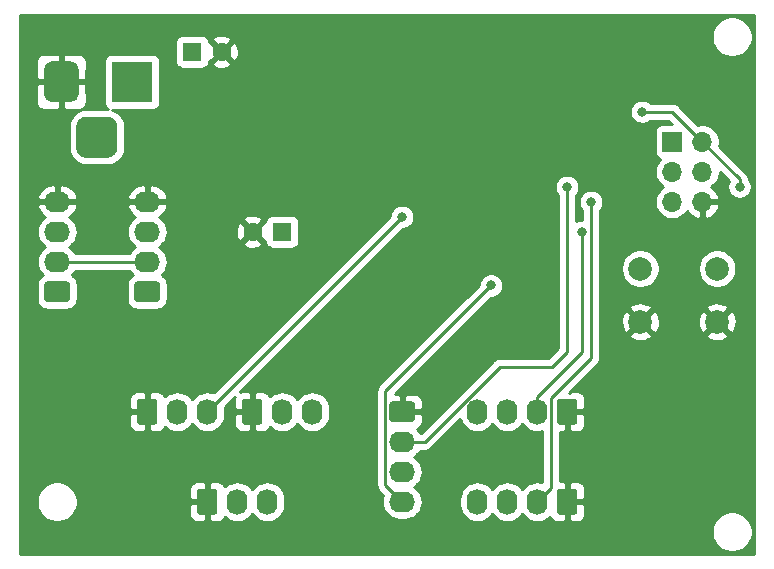
<source format=gbr>
%TF.GenerationSoftware,KiCad,Pcbnew,5.99.0+really5.1.10+dfsg1-1*%
%TF.CreationDate,2022-04-25T00:01:12+02:00*%
%TF.ProjectId,mini_accessory,6d696e69-5f61-4636-9365-73736f72792e,rev?*%
%TF.SameCoordinates,Original*%
%TF.FileFunction,Copper,L2,Bot*%
%TF.FilePolarity,Positive*%
%FSLAX46Y46*%
G04 Gerber Fmt 4.6, Leading zero omitted, Abs format (unit mm)*
G04 Created by KiCad (PCBNEW 5.99.0+really5.1.10+dfsg1-1) date 2022-04-25 00:01:12*
%MOMM*%
%LPD*%
G01*
G04 APERTURE LIST*
%TA.AperFunction,ComponentPad*%
%ADD10R,1.600000X1.600000*%
%TD*%
%TA.AperFunction,ComponentPad*%
%ADD11C,1.600000*%
%TD*%
%TA.AperFunction,ComponentPad*%
%ADD12R,3.500000X3.500000*%
%TD*%
%TA.AperFunction,ComponentPad*%
%ADD13O,2.190000X1.740000*%
%TD*%
%TA.AperFunction,ComponentPad*%
%ADD14R,1.700000X1.700000*%
%TD*%
%TA.AperFunction,ComponentPad*%
%ADD15O,1.700000X1.700000*%
%TD*%
%TA.AperFunction,ComponentPad*%
%ADD16O,1.740000X2.190000*%
%TD*%
%TA.AperFunction,ComponentPad*%
%ADD17C,2.000000*%
%TD*%
%TA.AperFunction,ViaPad*%
%ADD18C,0.800000*%
%TD*%
%TA.AperFunction,Conductor*%
%ADD19C,0.250000*%
%TD*%
%TA.AperFunction,Conductor*%
%ADD20C,0.254000*%
%TD*%
%TA.AperFunction,Conductor*%
%ADD21C,0.100000*%
%TD*%
G04 APERTURE END LIST*
D10*
%TO.P,C1,1*%
%TO.N,Net-(C1-Pad1)*%
X92710000Y-58420000D03*
D11*
%TO.P,C1,2*%
%TO.N,GND*%
X95210000Y-58420000D03*
%TD*%
D10*
%TO.P,C3,1*%
%TO.N,+5VP*%
X100330000Y-73660000D03*
D11*
%TO.P,C3,2*%
%TO.N,GND*%
X97830000Y-73660000D03*
%TD*%
D12*
%TO.P,12V,1*%
%TO.N,Net-(C1-Pad1)*%
X87630000Y-60960000D03*
%TO.P,12V,2*%
%TO.N,GND*%
%TA.AperFunction,ComponentPad*%
G36*
G01*
X80130000Y-61960000D02*
X80130000Y-59960000D01*
G75*
G02*
X80880000Y-59210000I750000J0D01*
G01*
X82380000Y-59210000D01*
G75*
G02*
X83130000Y-59960000I0J-750000D01*
G01*
X83130000Y-61960000D01*
G75*
G02*
X82380000Y-62710000I-750000J0D01*
G01*
X80880000Y-62710000D01*
G75*
G02*
X80130000Y-61960000I0J750000D01*
G01*
G37*
%TD.AperFunction*%
%TO.P,12V,3*%
%TO.N,N/C*%
%TA.AperFunction,ComponentPad*%
G36*
G01*
X82880000Y-66535000D02*
X82880000Y-64785000D01*
G75*
G02*
X83755000Y-63910000I875000J0D01*
G01*
X85505000Y-63910000D01*
G75*
G02*
X86380000Y-64785000I0J-875000D01*
G01*
X86380000Y-66535000D01*
G75*
G02*
X85505000Y-67410000I-875000J0D01*
G01*
X83755000Y-67410000D01*
G75*
G02*
X82880000Y-66535000I0J875000D01*
G01*
G37*
%TD.AperFunction*%
%TD*%
D13*
%TO.P,I2C,4*%
%TO.N,GND*%
X81280000Y-71120000D03*
%TO.P,I2C,3*%
%TO.N,/SCL*%
X81280000Y-73660000D03*
%TO.P,I2C,2*%
%TO.N,/SDA*%
X81280000Y-76200000D03*
%TO.P,I2C,1*%
%TO.N,+5V*%
%TA.AperFunction,ComponentPad*%
G36*
G01*
X82125001Y-79610000D02*
X80434999Y-79610000D01*
G75*
G02*
X80185000Y-79360001I0J249999D01*
G01*
X80185000Y-78119999D01*
G75*
G02*
X80434999Y-77870000I249999J0D01*
G01*
X82125001Y-77870000D01*
G75*
G02*
X82375000Y-78119999I0J-249999D01*
G01*
X82375000Y-79360001D01*
G75*
G02*
X82125001Y-79610000I-249999J0D01*
G01*
G37*
%TD.AperFunction*%
%TD*%
D14*
%TO.P,J3,1*%
%TO.N,/MISO*%
X133350000Y-66040000D03*
D15*
%TO.P,J3,2*%
%TO.N,+5V*%
X135890000Y-66040000D03*
%TO.P,J3,3*%
%TO.N,/SCK*%
X133350000Y-68580000D03*
%TO.P,J3,4*%
%TO.N,/MOSI*%
X135890000Y-68580000D03*
%TO.P,J3,5*%
%TO.N,/RST*%
X133350000Y-71120000D03*
%TO.P,J3,6*%
%TO.N,GND*%
X135890000Y-71120000D03*
%TD*%
%TO.P,J4,1*%
%TO.N,+5V*%
%TA.AperFunction,ComponentPad*%
G36*
G01*
X89745001Y-79610000D02*
X88054999Y-79610000D01*
G75*
G02*
X87805000Y-79360001I0J249999D01*
G01*
X87805000Y-78119999D01*
G75*
G02*
X88054999Y-77870000I249999J0D01*
G01*
X89745001Y-77870000D01*
G75*
G02*
X89995000Y-78119999I0J-249999D01*
G01*
X89995000Y-79360001D01*
G75*
G02*
X89745001Y-79610000I-249999J0D01*
G01*
G37*
%TD.AperFunction*%
D13*
%TO.P,J4,2*%
%TO.N,/SDA*%
X88900000Y-76200000D03*
%TO.P,J4,3*%
%TO.N,/SCL*%
X88900000Y-73660000D03*
%TO.P,J4,4*%
%TO.N,GND*%
X88900000Y-71120000D03*
%TD*%
%TO.P,Servo 0,1*%
%TO.N,GND*%
%TA.AperFunction,ComponentPad*%
G36*
G01*
X96920000Y-89745001D02*
X96920000Y-88054999D01*
G75*
G02*
X97169999Y-87805000I249999J0D01*
G01*
X98410001Y-87805000D01*
G75*
G02*
X98660000Y-88054999I0J-249999D01*
G01*
X98660000Y-89745001D01*
G75*
G02*
X98410001Y-89995000I-249999J0D01*
G01*
X97169999Y-89995000D01*
G75*
G02*
X96920000Y-89745001I0J249999D01*
G01*
G37*
%TD.AperFunction*%
D16*
%TO.P,Servo 0,2*%
%TO.N,+5VP*%
X100330000Y-88900000D03*
%TO.P,Servo 0,3*%
%TO.N,/SERVO0*%
X102870000Y-88900000D03*
%TD*%
%TO.P,US 0,1*%
%TO.N,GND*%
%TA.AperFunction,ComponentPad*%
G36*
G01*
X125330000Y-88054999D02*
X125330000Y-89745001D01*
G75*
G02*
X125080001Y-89995000I-249999J0D01*
G01*
X123839999Y-89995000D01*
G75*
G02*
X123590000Y-89745001I0J249999D01*
G01*
X123590000Y-88054999D01*
G75*
G02*
X123839999Y-87805000I249999J0D01*
G01*
X125080001Y-87805000D01*
G75*
G02*
X125330000Y-88054999I0J-249999D01*
G01*
G37*
%TD.AperFunction*%
%TO.P,US 0,2*%
%TO.N,/US0*%
X121920000Y-88900000D03*
%TO.P,US 0,3*%
X119380000Y-88900000D03*
%TO.P,US 0,4*%
%TO.N,+5V*%
X116840000Y-88900000D03*
%TD*%
%TO.P,Servo 1,1*%
%TO.N,GND*%
%TA.AperFunction,ComponentPad*%
G36*
G01*
X93110000Y-97365001D02*
X93110000Y-95674999D01*
G75*
G02*
X93359999Y-95425000I249999J0D01*
G01*
X94600001Y-95425000D01*
G75*
G02*
X94850000Y-95674999I0J-249999D01*
G01*
X94850000Y-97365001D01*
G75*
G02*
X94600001Y-97615000I-249999J0D01*
G01*
X93359999Y-97615000D01*
G75*
G02*
X93110000Y-97365001I0J249999D01*
G01*
G37*
%TD.AperFunction*%
%TO.P,Servo 1,2*%
%TO.N,+5VP*%
X96520000Y-96520000D03*
%TO.P,Servo 1,3*%
%TO.N,/SERVO1*%
X99060000Y-96520000D03*
%TD*%
%TO.P,US 1,1*%
%TO.N,GND*%
%TA.AperFunction,ComponentPad*%
G36*
G01*
X125330000Y-95674999D02*
X125330000Y-97365001D01*
G75*
G02*
X125080001Y-97615000I-249999J0D01*
G01*
X123839999Y-97615000D01*
G75*
G02*
X123590000Y-97365001I0J249999D01*
G01*
X123590000Y-95674999D01*
G75*
G02*
X123839999Y-95425000I249999J0D01*
G01*
X125080001Y-95425000D01*
G75*
G02*
X125330000Y-95674999I0J-249999D01*
G01*
G37*
%TD.AperFunction*%
%TO.P,US 1,2*%
%TO.N,/US1*%
X121920000Y-96520000D03*
%TO.P,US 1,3*%
X119380000Y-96520000D03*
%TO.P,US 1,4*%
%TO.N,+5V*%
X116840000Y-96520000D03*
%TD*%
D13*
%TO.P,US 2,4*%
%TO.N,+5V*%
X110490000Y-96520000D03*
%TO.P,US 2,3*%
%TO.N,/US2*%
X110490000Y-93980000D03*
%TO.P,US 2,2*%
X110490000Y-91440000D03*
%TO.P,US 2,1*%
%TO.N,GND*%
%TA.AperFunction,ComponentPad*%
G36*
G01*
X109644999Y-88030000D02*
X111335001Y-88030000D01*
G75*
G02*
X111585000Y-88279999I0J-249999D01*
G01*
X111585000Y-89520001D01*
G75*
G02*
X111335001Y-89770000I-249999J0D01*
G01*
X109644999Y-89770000D01*
G75*
G02*
X109395000Y-89520001I0J249999D01*
G01*
X109395000Y-88279999D01*
G75*
G02*
X109644999Y-88030000I249999J0D01*
G01*
G37*
%TD.AperFunction*%
%TD*%
D16*
%TO.P,Servo 2,3*%
%TO.N,/SERVO2*%
X93980000Y-88900000D03*
%TO.P,Servo 2,2*%
%TO.N,+5VP*%
X91440000Y-88900000D03*
%TO.P,Servo 2,1*%
%TO.N,GND*%
%TA.AperFunction,ComponentPad*%
G36*
G01*
X88030000Y-89745001D02*
X88030000Y-88054999D01*
G75*
G02*
X88279999Y-87805000I249999J0D01*
G01*
X89520001Y-87805000D01*
G75*
G02*
X89770000Y-88054999I0J-249999D01*
G01*
X89770000Y-89745001D01*
G75*
G02*
X89520001Y-89995000I-249999J0D01*
G01*
X88279999Y-89995000D01*
G75*
G02*
X88030000Y-89745001I0J249999D01*
G01*
G37*
%TD.AperFunction*%
%TD*%
D17*
%TO.P,RESET,2*%
%TO.N,/RST*%
X137160000Y-76780000D03*
%TO.P,RESET,1*%
%TO.N,GND*%
X137160000Y-81280000D03*
%TO.P,RESET,2*%
%TO.N,/RST*%
X130660000Y-76780000D03*
%TO.P,RESET,1*%
%TO.N,GND*%
X130660000Y-81280000D03*
%TD*%
D18*
%TO.N,GND*%
X105090000Y-73980000D03*
X118520000Y-65630000D03*
%TO.N,+5V*%
X130810000Y-63500000D03*
X118015000Y-78200000D03*
X139065000Y-69850000D03*
%TO.N,/US0*%
X125730000Y-73660000D03*
%TO.N,/US1*%
X126480000Y-71120000D03*
%TO.N,/US2*%
X124460000Y-69850000D03*
%TO.N,/SERVO2*%
X110490000Y-72390000D03*
%TD*%
D19*
%TO.N,+5V*%
X135890000Y-66040000D02*
X133350000Y-63500000D01*
X133350000Y-63500000D02*
X130810000Y-63500000D01*
X109069990Y-95099990D02*
X110490000Y-96520000D01*
X109069990Y-87145010D02*
X109069990Y-95099990D01*
X118015000Y-78200000D02*
X109069990Y-87145010D01*
X139065000Y-69215000D02*
X135890000Y-66040000D01*
X139065000Y-69850000D02*
X139065000Y-69215000D01*
%TO.N,/SDA*%
X88900000Y-76200000D02*
X81280000Y-76200000D01*
%TO.N,/US0*%
X125730000Y-73660000D02*
X125730000Y-83820000D01*
X121920000Y-87630000D02*
X121920000Y-88900000D01*
X125730000Y-83820000D02*
X121920000Y-87630000D01*
%TO.N,/US1*%
X126480000Y-71120000D02*
X126480000Y-84340000D01*
X123115010Y-95324990D02*
X121920000Y-96520000D01*
X123115010Y-87704990D02*
X123115010Y-95324990D01*
X126480000Y-84340000D02*
X123115010Y-87704990D01*
%TO.N,/US2*%
X124460000Y-69850000D02*
X124460000Y-83820000D01*
X124460000Y-83820000D02*
X123190000Y-85090000D01*
X112385001Y-91440000D02*
X110490000Y-91440000D01*
X118735001Y-85090000D02*
X112385001Y-91440000D01*
X123190000Y-85090000D02*
X118735001Y-85090000D01*
%TO.N,/SERVO2*%
X110490000Y-72390000D02*
X93980000Y-88900000D01*
%TD*%
D20*
%TO.N,GND*%
X140310001Y-100940000D02*
X78130000Y-100940000D01*
X78130000Y-98889117D01*
X136695000Y-98889117D01*
X136695000Y-99230883D01*
X136761675Y-99566081D01*
X136892463Y-99881831D01*
X137082337Y-100165998D01*
X137324002Y-100407663D01*
X137608169Y-100597537D01*
X137923919Y-100728325D01*
X138259117Y-100795000D01*
X138600883Y-100795000D01*
X138936081Y-100728325D01*
X139251831Y-100597537D01*
X139535998Y-100407663D01*
X139777663Y-100165998D01*
X139967537Y-99881831D01*
X140098325Y-99566081D01*
X140165000Y-99230883D01*
X140165000Y-98889117D01*
X140098325Y-98553919D01*
X139967537Y-98238169D01*
X139777663Y-97954002D01*
X139535998Y-97712337D01*
X139251831Y-97522463D01*
X138936081Y-97391675D01*
X138600883Y-97325000D01*
X138259117Y-97325000D01*
X137923919Y-97391675D01*
X137608169Y-97522463D01*
X137324002Y-97712337D01*
X137082337Y-97954002D01*
X136892463Y-98238169D01*
X136761675Y-98553919D01*
X136695000Y-98889117D01*
X78130000Y-98889117D01*
X78130000Y-96349117D01*
X79545000Y-96349117D01*
X79545000Y-96690883D01*
X79611675Y-97026081D01*
X79742463Y-97341831D01*
X79932337Y-97625998D01*
X80174002Y-97867663D01*
X80458169Y-98057537D01*
X80773919Y-98188325D01*
X81109117Y-98255000D01*
X81450883Y-98255000D01*
X81786081Y-98188325D01*
X82101831Y-98057537D01*
X82385998Y-97867663D01*
X82627663Y-97625998D01*
X82635011Y-97615000D01*
X92471928Y-97615000D01*
X92484188Y-97739482D01*
X92520498Y-97859180D01*
X92579463Y-97969494D01*
X92658815Y-98066185D01*
X92755506Y-98145537D01*
X92865820Y-98204502D01*
X92985518Y-98240812D01*
X93110000Y-98253072D01*
X93694250Y-98250000D01*
X93853000Y-98091250D01*
X93853000Y-96647000D01*
X92633750Y-96647000D01*
X92475000Y-96805750D01*
X92471928Y-97615000D01*
X82635011Y-97615000D01*
X82817537Y-97341831D01*
X82948325Y-97026081D01*
X83015000Y-96690883D01*
X83015000Y-96349117D01*
X82948325Y-96013919D01*
X82817537Y-95698169D01*
X82635012Y-95425000D01*
X92471928Y-95425000D01*
X92475000Y-96234250D01*
X92633750Y-96393000D01*
X93853000Y-96393000D01*
X93853000Y-94948750D01*
X94107000Y-94948750D01*
X94107000Y-96393000D01*
X94127000Y-96393000D01*
X94127000Y-96647000D01*
X94107000Y-96647000D01*
X94107000Y-98091250D01*
X94265750Y-98250000D01*
X94850000Y-98253072D01*
X94974482Y-98240812D01*
X95094180Y-98204502D01*
X95204494Y-98145537D01*
X95301185Y-98066185D01*
X95380537Y-97969494D01*
X95439502Y-97859180D01*
X95452615Y-97815953D01*
X95679822Y-98002417D01*
X95941276Y-98142166D01*
X96224969Y-98228224D01*
X96520000Y-98257282D01*
X96815032Y-98228224D01*
X97098725Y-98142166D01*
X97360179Y-98002417D01*
X97589345Y-97814345D01*
X97777417Y-97585179D01*
X97790000Y-97561638D01*
X97802583Y-97585179D01*
X97990655Y-97814345D01*
X98219822Y-98002417D01*
X98481276Y-98142166D01*
X98764969Y-98228224D01*
X99060000Y-98257282D01*
X99355032Y-98228224D01*
X99638725Y-98142166D01*
X99900179Y-98002417D01*
X100129345Y-97814345D01*
X100317417Y-97585179D01*
X100457166Y-97323724D01*
X100543224Y-97040031D01*
X100565000Y-96818935D01*
X100565000Y-96221064D01*
X100543224Y-95999968D01*
X100457166Y-95716275D01*
X100317417Y-95454821D01*
X100129345Y-95225655D01*
X99900178Y-95037583D01*
X99638724Y-94897834D01*
X99355031Y-94811776D01*
X99060000Y-94782718D01*
X98764968Y-94811776D01*
X98481275Y-94897834D01*
X98219821Y-95037583D01*
X97990655Y-95225655D01*
X97802583Y-95454822D01*
X97790000Y-95478363D01*
X97777417Y-95454821D01*
X97589345Y-95225655D01*
X97360178Y-95037583D01*
X97098724Y-94897834D01*
X96815031Y-94811776D01*
X96520000Y-94782718D01*
X96224968Y-94811776D01*
X95941275Y-94897834D01*
X95679821Y-95037583D01*
X95452615Y-95224047D01*
X95439502Y-95180820D01*
X95380537Y-95070506D01*
X95301185Y-94973815D01*
X95204494Y-94894463D01*
X95094180Y-94835498D01*
X94974482Y-94799188D01*
X94850000Y-94786928D01*
X94265750Y-94790000D01*
X94107000Y-94948750D01*
X93853000Y-94948750D01*
X93694250Y-94790000D01*
X93110000Y-94786928D01*
X92985518Y-94799188D01*
X92865820Y-94835498D01*
X92755506Y-94894463D01*
X92658815Y-94973815D01*
X92579463Y-95070506D01*
X92520498Y-95180820D01*
X92484188Y-95300518D01*
X92471928Y-95425000D01*
X82635012Y-95425000D01*
X82627663Y-95414002D01*
X82385998Y-95172337D01*
X82101831Y-94982463D01*
X81786081Y-94851675D01*
X81450883Y-94785000D01*
X81109117Y-94785000D01*
X80773919Y-94851675D01*
X80458169Y-94982463D01*
X80174002Y-95172337D01*
X79932337Y-95414002D01*
X79742463Y-95698169D01*
X79611675Y-96013919D01*
X79545000Y-96349117D01*
X78130000Y-96349117D01*
X78130000Y-89995000D01*
X87391928Y-89995000D01*
X87404188Y-90119482D01*
X87440498Y-90239180D01*
X87499463Y-90349494D01*
X87578815Y-90446185D01*
X87675506Y-90525537D01*
X87785820Y-90584502D01*
X87905518Y-90620812D01*
X88030000Y-90633072D01*
X88614250Y-90630000D01*
X88773000Y-90471250D01*
X88773000Y-89027000D01*
X87553750Y-89027000D01*
X87395000Y-89185750D01*
X87391928Y-89995000D01*
X78130000Y-89995000D01*
X78130000Y-87805000D01*
X87391928Y-87805000D01*
X87395000Y-88614250D01*
X87553750Y-88773000D01*
X88773000Y-88773000D01*
X88773000Y-87328750D01*
X89027000Y-87328750D01*
X89027000Y-88773000D01*
X89047000Y-88773000D01*
X89047000Y-89027000D01*
X89027000Y-89027000D01*
X89027000Y-90471250D01*
X89185750Y-90630000D01*
X89770000Y-90633072D01*
X89894482Y-90620812D01*
X90014180Y-90584502D01*
X90124494Y-90525537D01*
X90221185Y-90446185D01*
X90300537Y-90349494D01*
X90359502Y-90239180D01*
X90372615Y-90195953D01*
X90599822Y-90382417D01*
X90861276Y-90522166D01*
X91144969Y-90608224D01*
X91440000Y-90637282D01*
X91735032Y-90608224D01*
X92018725Y-90522166D01*
X92280179Y-90382417D01*
X92509345Y-90194345D01*
X92697417Y-89965179D01*
X92710000Y-89941638D01*
X92722583Y-89965179D01*
X92910655Y-90194345D01*
X93139822Y-90382417D01*
X93401276Y-90522166D01*
X93684969Y-90608224D01*
X93980000Y-90637282D01*
X94275032Y-90608224D01*
X94558725Y-90522166D01*
X94820179Y-90382417D01*
X95049345Y-90194345D01*
X95212943Y-89995000D01*
X96281928Y-89995000D01*
X96294188Y-90119482D01*
X96330498Y-90239180D01*
X96389463Y-90349494D01*
X96468815Y-90446185D01*
X96565506Y-90525537D01*
X96675820Y-90584502D01*
X96795518Y-90620812D01*
X96920000Y-90633072D01*
X97504250Y-90630000D01*
X97663000Y-90471250D01*
X97663000Y-89027000D01*
X96443750Y-89027000D01*
X96285000Y-89185750D01*
X96281928Y-89995000D01*
X95212943Y-89995000D01*
X95237417Y-89965179D01*
X95377166Y-89703724D01*
X95463224Y-89420031D01*
X95485000Y-89198935D01*
X95485000Y-88601064D01*
X95473231Y-88481570D01*
X96302855Y-87651946D01*
X96294188Y-87680518D01*
X96281928Y-87805000D01*
X96285000Y-88614250D01*
X96443750Y-88773000D01*
X97663000Y-88773000D01*
X97663000Y-87328750D01*
X97917000Y-87328750D01*
X97917000Y-88773000D01*
X97937000Y-88773000D01*
X97937000Y-89027000D01*
X97917000Y-89027000D01*
X97917000Y-90471250D01*
X98075750Y-90630000D01*
X98660000Y-90633072D01*
X98784482Y-90620812D01*
X98904180Y-90584502D01*
X99014494Y-90525537D01*
X99111185Y-90446185D01*
X99190537Y-90349494D01*
X99249502Y-90239180D01*
X99262615Y-90195953D01*
X99489822Y-90382417D01*
X99751276Y-90522166D01*
X100034969Y-90608224D01*
X100330000Y-90637282D01*
X100625032Y-90608224D01*
X100908725Y-90522166D01*
X101170179Y-90382417D01*
X101399345Y-90194345D01*
X101587417Y-89965179D01*
X101600000Y-89941638D01*
X101612583Y-89965179D01*
X101800655Y-90194345D01*
X102029822Y-90382417D01*
X102291276Y-90522166D01*
X102574969Y-90608224D01*
X102870000Y-90637282D01*
X103165032Y-90608224D01*
X103448725Y-90522166D01*
X103710179Y-90382417D01*
X103939345Y-90194345D01*
X104127417Y-89965179D01*
X104267166Y-89703724D01*
X104353224Y-89420031D01*
X104375000Y-89198935D01*
X104375000Y-88601064D01*
X104353224Y-88379968D01*
X104267166Y-88096275D01*
X104127417Y-87834821D01*
X103939345Y-87605655D01*
X103710178Y-87417583D01*
X103448724Y-87277834D01*
X103165031Y-87191776D01*
X102870000Y-87162718D01*
X102574968Y-87191776D01*
X102291275Y-87277834D01*
X102029821Y-87417583D01*
X101800655Y-87605655D01*
X101612583Y-87834822D01*
X101600000Y-87858363D01*
X101587417Y-87834821D01*
X101399345Y-87605655D01*
X101170178Y-87417583D01*
X100908724Y-87277834D01*
X100625031Y-87191776D01*
X100330000Y-87162718D01*
X100034968Y-87191776D01*
X99751275Y-87277834D01*
X99489821Y-87417583D01*
X99262615Y-87604047D01*
X99249502Y-87560820D01*
X99190537Y-87450506D01*
X99111185Y-87353815D01*
X99014494Y-87274463D01*
X98904180Y-87215498D01*
X98784482Y-87179188D01*
X98660000Y-87166928D01*
X98075750Y-87170000D01*
X97917000Y-87328750D01*
X97663000Y-87328750D01*
X97504250Y-87170000D01*
X96920000Y-87166928D01*
X96795518Y-87179188D01*
X96766946Y-87187855D01*
X96809791Y-87145010D01*
X108306314Y-87145010D01*
X108309990Y-87182332D01*
X108309991Y-95062658D01*
X108306314Y-95099990D01*
X108320988Y-95248975D01*
X108364444Y-95392236D01*
X108435016Y-95524266D01*
X108506191Y-95610992D01*
X108529990Y-95639991D01*
X108558988Y-95663789D01*
X108860535Y-95965336D01*
X108781776Y-96224968D01*
X108752718Y-96520000D01*
X108781776Y-96815032D01*
X108867834Y-97098725D01*
X109007583Y-97360179D01*
X109195655Y-97589345D01*
X109424821Y-97777417D01*
X109686275Y-97917166D01*
X109969968Y-98003224D01*
X110191064Y-98025000D01*
X110788936Y-98025000D01*
X111010032Y-98003224D01*
X111293725Y-97917166D01*
X111555179Y-97777417D01*
X111784345Y-97589345D01*
X111972417Y-97360179D01*
X112112166Y-97098725D01*
X112198224Y-96815032D01*
X112227282Y-96520000D01*
X112198224Y-96224968D01*
X112112166Y-95941275D01*
X111972417Y-95679821D01*
X111784345Y-95450655D01*
X111555179Y-95262583D01*
X111531638Y-95250000D01*
X111555179Y-95237417D01*
X111784345Y-95049345D01*
X111972417Y-94820179D01*
X112112166Y-94558725D01*
X112198224Y-94275032D01*
X112227282Y-93980000D01*
X112198224Y-93684968D01*
X112112166Y-93401275D01*
X111972417Y-93139821D01*
X111784345Y-92910655D01*
X111555179Y-92722583D01*
X111531638Y-92710000D01*
X111555179Y-92697417D01*
X111784345Y-92509345D01*
X111972417Y-92280179D01*
X112015273Y-92200000D01*
X112347679Y-92200000D01*
X112385001Y-92203676D01*
X112422323Y-92200000D01*
X112422334Y-92200000D01*
X112533987Y-92189003D01*
X112677248Y-92145546D01*
X112809277Y-92074974D01*
X112925002Y-91980001D01*
X112948805Y-91950997D01*
X115385403Y-89514400D01*
X115442834Y-89703724D01*
X115582583Y-89965178D01*
X115770655Y-90194345D01*
X115999821Y-90382417D01*
X116261275Y-90522166D01*
X116544968Y-90608224D01*
X116840000Y-90637282D01*
X117135031Y-90608224D01*
X117418724Y-90522166D01*
X117680178Y-90382417D01*
X117909345Y-90194345D01*
X118097417Y-89965179D01*
X118110000Y-89941637D01*
X118122583Y-89965178D01*
X118310655Y-90194345D01*
X118539821Y-90382417D01*
X118801275Y-90522166D01*
X119084968Y-90608224D01*
X119380000Y-90637282D01*
X119675031Y-90608224D01*
X119958724Y-90522166D01*
X120220178Y-90382417D01*
X120449345Y-90194345D01*
X120637417Y-89965179D01*
X120650000Y-89941637D01*
X120662583Y-89965178D01*
X120850655Y-90194345D01*
X121079821Y-90382417D01*
X121341275Y-90522166D01*
X121624968Y-90608224D01*
X121920000Y-90637282D01*
X122215031Y-90608224D01*
X122355010Y-90565761D01*
X122355011Y-94854238D01*
X122215032Y-94811776D01*
X121920000Y-94782718D01*
X121624969Y-94811776D01*
X121341276Y-94897834D01*
X121079822Y-95037583D01*
X120850655Y-95225655D01*
X120662583Y-95454821D01*
X120650000Y-95478362D01*
X120637417Y-95454821D01*
X120449345Y-95225655D01*
X120220179Y-95037583D01*
X119958725Y-94897834D01*
X119675032Y-94811776D01*
X119380000Y-94782718D01*
X119084969Y-94811776D01*
X118801276Y-94897834D01*
X118539822Y-95037583D01*
X118310655Y-95225655D01*
X118122583Y-95454821D01*
X118110000Y-95478362D01*
X118097417Y-95454821D01*
X117909345Y-95225655D01*
X117680179Y-95037583D01*
X117418725Y-94897834D01*
X117135032Y-94811776D01*
X116840000Y-94782718D01*
X116544969Y-94811776D01*
X116261276Y-94897834D01*
X115999822Y-95037583D01*
X115770655Y-95225655D01*
X115582583Y-95454821D01*
X115442834Y-95716275D01*
X115356776Y-95999968D01*
X115335000Y-96221064D01*
X115335000Y-96818935D01*
X115356776Y-97040031D01*
X115442834Y-97323724D01*
X115582583Y-97585178D01*
X115770655Y-97814345D01*
X115999821Y-98002417D01*
X116261275Y-98142166D01*
X116544968Y-98228224D01*
X116840000Y-98257282D01*
X117135031Y-98228224D01*
X117418724Y-98142166D01*
X117680178Y-98002417D01*
X117909345Y-97814345D01*
X118097417Y-97585179D01*
X118110000Y-97561637D01*
X118122583Y-97585178D01*
X118310655Y-97814345D01*
X118539821Y-98002417D01*
X118801275Y-98142166D01*
X119084968Y-98228224D01*
X119380000Y-98257282D01*
X119675031Y-98228224D01*
X119958724Y-98142166D01*
X120220178Y-98002417D01*
X120449345Y-97814345D01*
X120637417Y-97585179D01*
X120650000Y-97561637D01*
X120662583Y-97585178D01*
X120850655Y-97814345D01*
X121079821Y-98002417D01*
X121341275Y-98142166D01*
X121624968Y-98228224D01*
X121920000Y-98257282D01*
X122215031Y-98228224D01*
X122498724Y-98142166D01*
X122760178Y-98002417D01*
X122987385Y-97815953D01*
X123000498Y-97859180D01*
X123059463Y-97969494D01*
X123138815Y-98066185D01*
X123235506Y-98145537D01*
X123345820Y-98204502D01*
X123465518Y-98240812D01*
X123590000Y-98253072D01*
X124174250Y-98250000D01*
X124333000Y-98091250D01*
X124333000Y-96647000D01*
X124587000Y-96647000D01*
X124587000Y-98091250D01*
X124745750Y-98250000D01*
X125330000Y-98253072D01*
X125454482Y-98240812D01*
X125574180Y-98204502D01*
X125684494Y-98145537D01*
X125781185Y-98066185D01*
X125860537Y-97969494D01*
X125919502Y-97859180D01*
X125955812Y-97739482D01*
X125968072Y-97615000D01*
X125965000Y-96805750D01*
X125806250Y-96647000D01*
X124587000Y-96647000D01*
X124333000Y-96647000D01*
X124313000Y-96647000D01*
X124313000Y-96393000D01*
X124333000Y-96393000D01*
X124333000Y-94948750D01*
X124587000Y-94948750D01*
X124587000Y-96393000D01*
X125806250Y-96393000D01*
X125965000Y-96234250D01*
X125968072Y-95425000D01*
X125955812Y-95300518D01*
X125919502Y-95180820D01*
X125860537Y-95070506D01*
X125781185Y-94973815D01*
X125684494Y-94894463D01*
X125574180Y-94835498D01*
X125454482Y-94799188D01*
X125330000Y-94786928D01*
X124745750Y-94790000D01*
X124587000Y-94948750D01*
X124333000Y-94948750D01*
X124174250Y-94790000D01*
X123875010Y-94788427D01*
X123875010Y-90631573D01*
X124174250Y-90630000D01*
X124333000Y-90471250D01*
X124333000Y-89027000D01*
X124587000Y-89027000D01*
X124587000Y-90471250D01*
X124745750Y-90630000D01*
X125330000Y-90633072D01*
X125454482Y-90620812D01*
X125574180Y-90584502D01*
X125684494Y-90525537D01*
X125781185Y-90446185D01*
X125860537Y-90349494D01*
X125919502Y-90239180D01*
X125955812Y-90119482D01*
X125968072Y-89995000D01*
X125965000Y-89185750D01*
X125806250Y-89027000D01*
X124587000Y-89027000D01*
X124333000Y-89027000D01*
X124313000Y-89027000D01*
X124313000Y-88773000D01*
X124333000Y-88773000D01*
X124333000Y-88753000D01*
X124587000Y-88753000D01*
X124587000Y-88773000D01*
X125806250Y-88773000D01*
X125965000Y-88614250D01*
X125968072Y-87805000D01*
X125955812Y-87680518D01*
X125919502Y-87560820D01*
X125860537Y-87450506D01*
X125781185Y-87353815D01*
X125684494Y-87274463D01*
X125574180Y-87215498D01*
X125454482Y-87179188D01*
X125330000Y-87166928D01*
X124745750Y-87170000D01*
X124587002Y-87328748D01*
X124587002Y-87307799D01*
X126991008Y-84903795D01*
X127020001Y-84880001D01*
X127043795Y-84851008D01*
X127043799Y-84851004D01*
X127114973Y-84764277D01*
X127114974Y-84764276D01*
X127185546Y-84632247D01*
X127229003Y-84488986D01*
X127240000Y-84377333D01*
X127240000Y-84377324D01*
X127243676Y-84340001D01*
X127240000Y-84302678D01*
X127240000Y-82415413D01*
X129704192Y-82415413D01*
X129799956Y-82679814D01*
X130089571Y-82820704D01*
X130401108Y-82902384D01*
X130722595Y-82921718D01*
X131041675Y-82877961D01*
X131346088Y-82772795D01*
X131520044Y-82679814D01*
X131615808Y-82415413D01*
X136204192Y-82415413D01*
X136299956Y-82679814D01*
X136589571Y-82820704D01*
X136901108Y-82902384D01*
X137222595Y-82921718D01*
X137541675Y-82877961D01*
X137846088Y-82772795D01*
X138020044Y-82679814D01*
X138115808Y-82415413D01*
X137160000Y-81459605D01*
X136204192Y-82415413D01*
X131615808Y-82415413D01*
X130660000Y-81459605D01*
X129704192Y-82415413D01*
X127240000Y-82415413D01*
X127240000Y-81342595D01*
X129018282Y-81342595D01*
X129062039Y-81661675D01*
X129167205Y-81966088D01*
X129260186Y-82140044D01*
X129524587Y-82235808D01*
X130480395Y-81280000D01*
X130839605Y-81280000D01*
X131795413Y-82235808D01*
X132059814Y-82140044D01*
X132200704Y-81850429D01*
X132282384Y-81538892D01*
X132294189Y-81342595D01*
X135518282Y-81342595D01*
X135562039Y-81661675D01*
X135667205Y-81966088D01*
X135760186Y-82140044D01*
X136024587Y-82235808D01*
X136980395Y-81280000D01*
X137339605Y-81280000D01*
X138295413Y-82235808D01*
X138559814Y-82140044D01*
X138700704Y-81850429D01*
X138782384Y-81538892D01*
X138801718Y-81217405D01*
X138757961Y-80898325D01*
X138652795Y-80593912D01*
X138559814Y-80419956D01*
X138295413Y-80324192D01*
X137339605Y-81280000D01*
X136980395Y-81280000D01*
X136024587Y-80324192D01*
X135760186Y-80419956D01*
X135619296Y-80709571D01*
X135537616Y-81021108D01*
X135518282Y-81342595D01*
X132294189Y-81342595D01*
X132301718Y-81217405D01*
X132257961Y-80898325D01*
X132152795Y-80593912D01*
X132059814Y-80419956D01*
X131795413Y-80324192D01*
X130839605Y-81280000D01*
X130480395Y-81280000D01*
X129524587Y-80324192D01*
X129260186Y-80419956D01*
X129119296Y-80709571D01*
X129037616Y-81021108D01*
X129018282Y-81342595D01*
X127240000Y-81342595D01*
X127240000Y-80144587D01*
X129704192Y-80144587D01*
X130660000Y-81100395D01*
X131615808Y-80144587D01*
X136204192Y-80144587D01*
X137160000Y-81100395D01*
X138115808Y-80144587D01*
X138020044Y-79880186D01*
X137730429Y-79739296D01*
X137418892Y-79657616D01*
X137097405Y-79638282D01*
X136778325Y-79682039D01*
X136473912Y-79787205D01*
X136299956Y-79880186D01*
X136204192Y-80144587D01*
X131615808Y-80144587D01*
X131520044Y-79880186D01*
X131230429Y-79739296D01*
X130918892Y-79657616D01*
X130597405Y-79638282D01*
X130278325Y-79682039D01*
X129973912Y-79787205D01*
X129799956Y-79880186D01*
X129704192Y-80144587D01*
X127240000Y-80144587D01*
X127240000Y-76618967D01*
X129025000Y-76618967D01*
X129025000Y-76941033D01*
X129087832Y-77256912D01*
X129211082Y-77554463D01*
X129390013Y-77822252D01*
X129617748Y-78049987D01*
X129885537Y-78228918D01*
X130183088Y-78352168D01*
X130498967Y-78415000D01*
X130821033Y-78415000D01*
X131136912Y-78352168D01*
X131434463Y-78228918D01*
X131702252Y-78049987D01*
X131929987Y-77822252D01*
X132108918Y-77554463D01*
X132232168Y-77256912D01*
X132295000Y-76941033D01*
X132295000Y-76618967D01*
X135525000Y-76618967D01*
X135525000Y-76941033D01*
X135587832Y-77256912D01*
X135711082Y-77554463D01*
X135890013Y-77822252D01*
X136117748Y-78049987D01*
X136385537Y-78228918D01*
X136683088Y-78352168D01*
X136998967Y-78415000D01*
X137321033Y-78415000D01*
X137636912Y-78352168D01*
X137934463Y-78228918D01*
X138202252Y-78049987D01*
X138429987Y-77822252D01*
X138608918Y-77554463D01*
X138732168Y-77256912D01*
X138795000Y-76941033D01*
X138795000Y-76618967D01*
X138732168Y-76303088D01*
X138608918Y-76005537D01*
X138429987Y-75737748D01*
X138202252Y-75510013D01*
X137934463Y-75331082D01*
X137636912Y-75207832D01*
X137321033Y-75145000D01*
X136998967Y-75145000D01*
X136683088Y-75207832D01*
X136385537Y-75331082D01*
X136117748Y-75510013D01*
X135890013Y-75737748D01*
X135711082Y-76005537D01*
X135587832Y-76303088D01*
X135525000Y-76618967D01*
X132295000Y-76618967D01*
X132232168Y-76303088D01*
X132108918Y-76005537D01*
X131929987Y-75737748D01*
X131702252Y-75510013D01*
X131434463Y-75331082D01*
X131136912Y-75207832D01*
X130821033Y-75145000D01*
X130498967Y-75145000D01*
X130183088Y-75207832D01*
X129885537Y-75331082D01*
X129617748Y-75510013D01*
X129390013Y-75737748D01*
X129211082Y-76005537D01*
X129087832Y-76303088D01*
X129025000Y-76618967D01*
X127240000Y-76618967D01*
X127240000Y-71823711D01*
X127283937Y-71779774D01*
X127397205Y-71610256D01*
X127475226Y-71421898D01*
X127515000Y-71221939D01*
X127515000Y-71018061D01*
X127475226Y-70818102D01*
X127397205Y-70629744D01*
X127283937Y-70460226D01*
X127139774Y-70316063D01*
X126970256Y-70202795D01*
X126781898Y-70124774D01*
X126581939Y-70085000D01*
X126378061Y-70085000D01*
X126178102Y-70124774D01*
X125989744Y-70202795D01*
X125820226Y-70316063D01*
X125676063Y-70460226D01*
X125562795Y-70629744D01*
X125484774Y-70818102D01*
X125445000Y-71018061D01*
X125445000Y-71221939D01*
X125484774Y-71421898D01*
X125562795Y-71610256D01*
X125676063Y-71779774D01*
X125720000Y-71823711D01*
X125720000Y-72625000D01*
X125628061Y-72625000D01*
X125428102Y-72664774D01*
X125239744Y-72742795D01*
X125220000Y-72755987D01*
X125220000Y-70553711D01*
X125263937Y-70509774D01*
X125377205Y-70340256D01*
X125455226Y-70151898D01*
X125495000Y-69951939D01*
X125495000Y-69748061D01*
X125455226Y-69548102D01*
X125377205Y-69359744D01*
X125263937Y-69190226D01*
X125119774Y-69046063D01*
X124950256Y-68932795D01*
X124761898Y-68854774D01*
X124561939Y-68815000D01*
X124358061Y-68815000D01*
X124158102Y-68854774D01*
X123969744Y-68932795D01*
X123800226Y-69046063D01*
X123656063Y-69190226D01*
X123542795Y-69359744D01*
X123464774Y-69548102D01*
X123425000Y-69748061D01*
X123425000Y-69951939D01*
X123464774Y-70151898D01*
X123542795Y-70340256D01*
X123656063Y-70509774D01*
X123700000Y-70553711D01*
X123700001Y-83505197D01*
X122875199Y-84330000D01*
X118772323Y-84330000D01*
X118735000Y-84326324D01*
X118697677Y-84330000D01*
X118697668Y-84330000D01*
X118586015Y-84340997D01*
X118442754Y-84384454D01*
X118310724Y-84455026D01*
X118269343Y-84488987D01*
X118195000Y-84549999D01*
X118171202Y-84578997D01*
X112070200Y-90680000D01*
X112015273Y-90680000D01*
X111972417Y-90599821D01*
X111785953Y-90372615D01*
X111829180Y-90359502D01*
X111939494Y-90300537D01*
X112036185Y-90221185D01*
X112115537Y-90124494D01*
X112174502Y-90014180D01*
X112210812Y-89894482D01*
X112223072Y-89770000D01*
X112220000Y-89185750D01*
X112061250Y-89027000D01*
X110617000Y-89027000D01*
X110617000Y-89047000D01*
X110363000Y-89047000D01*
X110363000Y-89027000D01*
X110343000Y-89027000D01*
X110343000Y-88773000D01*
X110363000Y-88773000D01*
X110363000Y-87553750D01*
X110617000Y-87553750D01*
X110617000Y-88773000D01*
X112061250Y-88773000D01*
X112220000Y-88614250D01*
X112223072Y-88030000D01*
X112210812Y-87905518D01*
X112174502Y-87785820D01*
X112115537Y-87675506D01*
X112036185Y-87578815D01*
X111939494Y-87499463D01*
X111829180Y-87440498D01*
X111709482Y-87404188D01*
X111585000Y-87391928D01*
X110775750Y-87395000D01*
X110617000Y-87553750D01*
X110363000Y-87553750D01*
X110204250Y-87395000D01*
X109895971Y-87393830D01*
X118054803Y-79235000D01*
X118116939Y-79235000D01*
X118316898Y-79195226D01*
X118505256Y-79117205D01*
X118674774Y-79003937D01*
X118818937Y-78859774D01*
X118932205Y-78690256D01*
X119010226Y-78501898D01*
X119050000Y-78301939D01*
X119050000Y-78098061D01*
X119010226Y-77898102D01*
X118932205Y-77709744D01*
X118818937Y-77540226D01*
X118674774Y-77396063D01*
X118505256Y-77282795D01*
X118316898Y-77204774D01*
X118116939Y-77165000D01*
X117913061Y-77165000D01*
X117713102Y-77204774D01*
X117524744Y-77282795D01*
X117355226Y-77396063D01*
X117211063Y-77540226D01*
X117097795Y-77709744D01*
X117019774Y-77898102D01*
X116980000Y-78098061D01*
X116980000Y-78160197D01*
X108558993Y-86581206D01*
X108529989Y-86605009D01*
X108474861Y-86672184D01*
X108435016Y-86720734D01*
X108364445Y-86852763D01*
X108364444Y-86852764D01*
X108320987Y-86996025D01*
X108309990Y-87107678D01*
X108309990Y-87107688D01*
X108306314Y-87145010D01*
X96809791Y-87145010D01*
X110529802Y-73425000D01*
X110591939Y-73425000D01*
X110791898Y-73385226D01*
X110980256Y-73307205D01*
X111149774Y-73193937D01*
X111293937Y-73049774D01*
X111407205Y-72880256D01*
X111485226Y-72691898D01*
X111525000Y-72491939D01*
X111525000Y-72288061D01*
X111485226Y-72088102D01*
X111407205Y-71899744D01*
X111293937Y-71730226D01*
X111149774Y-71586063D01*
X110980256Y-71472795D01*
X110791898Y-71394774D01*
X110591939Y-71355000D01*
X110388061Y-71355000D01*
X110188102Y-71394774D01*
X109999744Y-71472795D01*
X109830226Y-71586063D01*
X109686063Y-71730226D01*
X109572795Y-71899744D01*
X109494774Y-72088102D01*
X109455000Y-72288061D01*
X109455000Y-72350198D01*
X94534664Y-87270535D01*
X94275031Y-87191776D01*
X93980000Y-87162718D01*
X93684968Y-87191776D01*
X93401275Y-87277834D01*
X93139821Y-87417583D01*
X92910655Y-87605655D01*
X92722583Y-87834822D01*
X92710000Y-87858363D01*
X92697417Y-87834821D01*
X92509345Y-87605655D01*
X92280178Y-87417583D01*
X92018724Y-87277834D01*
X91735031Y-87191776D01*
X91440000Y-87162718D01*
X91144968Y-87191776D01*
X90861275Y-87277834D01*
X90599821Y-87417583D01*
X90372615Y-87604047D01*
X90359502Y-87560820D01*
X90300537Y-87450506D01*
X90221185Y-87353815D01*
X90124494Y-87274463D01*
X90014180Y-87215498D01*
X89894482Y-87179188D01*
X89770000Y-87166928D01*
X89185750Y-87170000D01*
X89027000Y-87328750D01*
X88773000Y-87328750D01*
X88614250Y-87170000D01*
X88030000Y-87166928D01*
X87905518Y-87179188D01*
X87785820Y-87215498D01*
X87675506Y-87274463D01*
X87578815Y-87353815D01*
X87499463Y-87450506D01*
X87440498Y-87560820D01*
X87404188Y-87680518D01*
X87391928Y-87805000D01*
X78130000Y-87805000D01*
X78130000Y-73660000D01*
X79542718Y-73660000D01*
X79571776Y-73955032D01*
X79657834Y-74238725D01*
X79797583Y-74500179D01*
X79985655Y-74729345D01*
X80214821Y-74917417D01*
X80238362Y-74930000D01*
X80214821Y-74942583D01*
X79985655Y-75130655D01*
X79797583Y-75359821D01*
X79657834Y-75621275D01*
X79571776Y-75904968D01*
X79542718Y-76200000D01*
X79571776Y-76495032D01*
X79657834Y-76778725D01*
X79797583Y-77040179D01*
X79985655Y-77269345D01*
X80051114Y-77323066D01*
X79941613Y-77381595D01*
X79807038Y-77492038D01*
X79696595Y-77626613D01*
X79614528Y-77780149D01*
X79563992Y-77946745D01*
X79546928Y-78119999D01*
X79546928Y-79360001D01*
X79563992Y-79533255D01*
X79614528Y-79699851D01*
X79696595Y-79853387D01*
X79807038Y-79987962D01*
X79941613Y-80098405D01*
X80095149Y-80180472D01*
X80261745Y-80231008D01*
X80434999Y-80248072D01*
X82125001Y-80248072D01*
X82298255Y-80231008D01*
X82464851Y-80180472D01*
X82618387Y-80098405D01*
X82752962Y-79987962D01*
X82863405Y-79853387D01*
X82945472Y-79699851D01*
X82996008Y-79533255D01*
X83013072Y-79360001D01*
X83013072Y-78119999D01*
X82996008Y-77946745D01*
X82945472Y-77780149D01*
X82863405Y-77626613D01*
X82752962Y-77492038D01*
X82618387Y-77381595D01*
X82508886Y-77323066D01*
X82574345Y-77269345D01*
X82762417Y-77040179D01*
X82805273Y-76960000D01*
X87374727Y-76960000D01*
X87417583Y-77040179D01*
X87605655Y-77269345D01*
X87671114Y-77323066D01*
X87561613Y-77381595D01*
X87427038Y-77492038D01*
X87316595Y-77626613D01*
X87234528Y-77780149D01*
X87183992Y-77946745D01*
X87166928Y-78119999D01*
X87166928Y-79360001D01*
X87183992Y-79533255D01*
X87234528Y-79699851D01*
X87316595Y-79853387D01*
X87427038Y-79987962D01*
X87561613Y-80098405D01*
X87715149Y-80180472D01*
X87881745Y-80231008D01*
X88054999Y-80248072D01*
X89745001Y-80248072D01*
X89918255Y-80231008D01*
X90084851Y-80180472D01*
X90238387Y-80098405D01*
X90372962Y-79987962D01*
X90483405Y-79853387D01*
X90565472Y-79699851D01*
X90616008Y-79533255D01*
X90633072Y-79360001D01*
X90633072Y-78119999D01*
X90616008Y-77946745D01*
X90565472Y-77780149D01*
X90483405Y-77626613D01*
X90372962Y-77492038D01*
X90238387Y-77381595D01*
X90128886Y-77323066D01*
X90194345Y-77269345D01*
X90382417Y-77040179D01*
X90522166Y-76778725D01*
X90608224Y-76495032D01*
X90637282Y-76200000D01*
X90608224Y-75904968D01*
X90522166Y-75621275D01*
X90382417Y-75359821D01*
X90194345Y-75130655D01*
X89965179Y-74942583D01*
X89941638Y-74930000D01*
X89965179Y-74917417D01*
X90194345Y-74729345D01*
X90257244Y-74652702D01*
X97016903Y-74652702D01*
X97088486Y-74896671D01*
X97343996Y-75017571D01*
X97618184Y-75086300D01*
X97900512Y-75100217D01*
X98180130Y-75058787D01*
X98446292Y-74963603D01*
X98571514Y-74896671D01*
X98643097Y-74652702D01*
X97830000Y-73839605D01*
X97016903Y-74652702D01*
X90257244Y-74652702D01*
X90382417Y-74500179D01*
X90522166Y-74238725D01*
X90608224Y-73955032D01*
X90630337Y-73730512D01*
X96389783Y-73730512D01*
X96431213Y-74010130D01*
X96526397Y-74276292D01*
X96593329Y-74401514D01*
X96837298Y-74473097D01*
X97650395Y-73660000D01*
X98009605Y-73660000D01*
X98822702Y-74473097D01*
X98891928Y-74452785D01*
X98891928Y-74460000D01*
X98904188Y-74584482D01*
X98940498Y-74704180D01*
X98999463Y-74814494D01*
X99078815Y-74911185D01*
X99175506Y-74990537D01*
X99285820Y-75049502D01*
X99405518Y-75085812D01*
X99530000Y-75098072D01*
X101130000Y-75098072D01*
X101254482Y-75085812D01*
X101374180Y-75049502D01*
X101484494Y-74990537D01*
X101581185Y-74911185D01*
X101660537Y-74814494D01*
X101719502Y-74704180D01*
X101755812Y-74584482D01*
X101768072Y-74460000D01*
X101768072Y-72860000D01*
X101755812Y-72735518D01*
X101719502Y-72615820D01*
X101660537Y-72505506D01*
X101581185Y-72408815D01*
X101484494Y-72329463D01*
X101374180Y-72270498D01*
X101254482Y-72234188D01*
X101130000Y-72221928D01*
X99530000Y-72221928D01*
X99405518Y-72234188D01*
X99285820Y-72270498D01*
X99175506Y-72329463D01*
X99078815Y-72408815D01*
X98999463Y-72505506D01*
X98940498Y-72615820D01*
X98904188Y-72735518D01*
X98891928Y-72860000D01*
X98891928Y-72867215D01*
X98822702Y-72846903D01*
X98009605Y-73660000D01*
X97650395Y-73660000D01*
X96837298Y-72846903D01*
X96593329Y-72918486D01*
X96472429Y-73173996D01*
X96403700Y-73448184D01*
X96389783Y-73730512D01*
X90630337Y-73730512D01*
X90637282Y-73660000D01*
X90608224Y-73364968D01*
X90522166Y-73081275D01*
X90382417Y-72819821D01*
X90257245Y-72667298D01*
X97016903Y-72667298D01*
X97830000Y-73480395D01*
X98643097Y-72667298D01*
X98571514Y-72423329D01*
X98316004Y-72302429D01*
X98041816Y-72233700D01*
X97759488Y-72219783D01*
X97479870Y-72261213D01*
X97213708Y-72356397D01*
X97088486Y-72423329D01*
X97016903Y-72667298D01*
X90257245Y-72667298D01*
X90194345Y-72590655D01*
X89965179Y-72402583D01*
X89936848Y-72387440D01*
X90077433Y-72294708D01*
X90288306Y-72086326D01*
X90454474Y-71840809D01*
X90569551Y-71567591D01*
X90586302Y-71480031D01*
X90465246Y-71247000D01*
X89027000Y-71247000D01*
X89027000Y-71267000D01*
X88773000Y-71267000D01*
X88773000Y-71247000D01*
X87334754Y-71247000D01*
X87213698Y-71480031D01*
X87230449Y-71567591D01*
X87345526Y-71840809D01*
X87511694Y-72086326D01*
X87722567Y-72294708D01*
X87863152Y-72387440D01*
X87834821Y-72402583D01*
X87605655Y-72590655D01*
X87417583Y-72819821D01*
X87277834Y-73081275D01*
X87191776Y-73364968D01*
X87162718Y-73660000D01*
X87191776Y-73955032D01*
X87277834Y-74238725D01*
X87417583Y-74500179D01*
X87605655Y-74729345D01*
X87834821Y-74917417D01*
X87858362Y-74930000D01*
X87834821Y-74942583D01*
X87605655Y-75130655D01*
X87417583Y-75359821D01*
X87374727Y-75440000D01*
X82805273Y-75440000D01*
X82762417Y-75359821D01*
X82574345Y-75130655D01*
X82345179Y-74942583D01*
X82321638Y-74930000D01*
X82345179Y-74917417D01*
X82574345Y-74729345D01*
X82762417Y-74500179D01*
X82902166Y-74238725D01*
X82988224Y-73955032D01*
X83017282Y-73660000D01*
X82988224Y-73364968D01*
X82902166Y-73081275D01*
X82762417Y-72819821D01*
X82574345Y-72590655D01*
X82345179Y-72402583D01*
X82316848Y-72387440D01*
X82457433Y-72294708D01*
X82668306Y-72086326D01*
X82834474Y-71840809D01*
X82949551Y-71567591D01*
X82966302Y-71480031D01*
X82845246Y-71247000D01*
X81407000Y-71247000D01*
X81407000Y-71267000D01*
X81153000Y-71267000D01*
X81153000Y-71247000D01*
X79714754Y-71247000D01*
X79593698Y-71480031D01*
X79610449Y-71567591D01*
X79725526Y-71840809D01*
X79891694Y-72086326D01*
X80102567Y-72294708D01*
X80243152Y-72387440D01*
X80214821Y-72402583D01*
X79985655Y-72590655D01*
X79797583Y-72819821D01*
X79657834Y-73081275D01*
X79571776Y-73364968D01*
X79542718Y-73660000D01*
X78130000Y-73660000D01*
X78130000Y-70759969D01*
X79593698Y-70759969D01*
X79714754Y-70993000D01*
X81153000Y-70993000D01*
X81153000Y-69769624D01*
X81407000Y-69769624D01*
X81407000Y-70993000D01*
X82845246Y-70993000D01*
X82966302Y-70759969D01*
X87213698Y-70759969D01*
X87334754Y-70993000D01*
X88773000Y-70993000D01*
X88773000Y-69769624D01*
X89027000Y-69769624D01*
X89027000Y-70993000D01*
X90465246Y-70993000D01*
X90586302Y-70759969D01*
X90569551Y-70672409D01*
X90454474Y-70399191D01*
X90288306Y-70153674D01*
X90077433Y-69945292D01*
X89829958Y-69782053D01*
X89555392Y-69670231D01*
X89264286Y-69614123D01*
X89027000Y-69769624D01*
X88773000Y-69769624D01*
X88535714Y-69614123D01*
X88244608Y-69670231D01*
X87970042Y-69782053D01*
X87722567Y-69945292D01*
X87511694Y-70153674D01*
X87345526Y-70399191D01*
X87230449Y-70672409D01*
X87213698Y-70759969D01*
X82966302Y-70759969D01*
X82949551Y-70672409D01*
X82834474Y-70399191D01*
X82668306Y-70153674D01*
X82457433Y-69945292D01*
X82209958Y-69782053D01*
X81935392Y-69670231D01*
X81644286Y-69614123D01*
X81407000Y-69769624D01*
X81153000Y-69769624D01*
X80915714Y-69614123D01*
X80624608Y-69670231D01*
X80350042Y-69782053D01*
X80102567Y-69945292D01*
X79891694Y-70153674D01*
X79725526Y-70399191D01*
X79610449Y-70672409D01*
X79593698Y-70759969D01*
X78130000Y-70759969D01*
X78130000Y-64785000D01*
X82241928Y-64785000D01*
X82241928Y-66535000D01*
X82271001Y-66830186D01*
X82357104Y-67114028D01*
X82496927Y-67375618D01*
X82685097Y-67604903D01*
X82914382Y-67793073D01*
X83175972Y-67932896D01*
X83459814Y-68018999D01*
X83755000Y-68048072D01*
X85505000Y-68048072D01*
X85800186Y-68018999D01*
X86084028Y-67932896D01*
X86345618Y-67793073D01*
X86574903Y-67604903D01*
X86763073Y-67375618D01*
X86902896Y-67114028D01*
X86988999Y-66830186D01*
X87018072Y-66535000D01*
X87018072Y-64785000D01*
X86988999Y-64489814D01*
X86902896Y-64205972D01*
X86763073Y-63944382D01*
X86574903Y-63715097D01*
X86345618Y-63526927D01*
X86104528Y-63398061D01*
X129775000Y-63398061D01*
X129775000Y-63601939D01*
X129814774Y-63801898D01*
X129892795Y-63990256D01*
X130006063Y-64159774D01*
X130150226Y-64303937D01*
X130319744Y-64417205D01*
X130508102Y-64495226D01*
X130708061Y-64535000D01*
X130911939Y-64535000D01*
X131111898Y-64495226D01*
X131300256Y-64417205D01*
X131469774Y-64303937D01*
X131513711Y-64260000D01*
X133035199Y-64260000D01*
X133327127Y-64551928D01*
X132500000Y-64551928D01*
X132375518Y-64564188D01*
X132255820Y-64600498D01*
X132145506Y-64659463D01*
X132048815Y-64738815D01*
X131969463Y-64835506D01*
X131910498Y-64945820D01*
X131874188Y-65065518D01*
X131861928Y-65190000D01*
X131861928Y-66890000D01*
X131874188Y-67014482D01*
X131910498Y-67134180D01*
X131969463Y-67244494D01*
X132048815Y-67341185D01*
X132145506Y-67420537D01*
X132255820Y-67479502D01*
X132328380Y-67501513D01*
X132196525Y-67633368D01*
X132034010Y-67876589D01*
X131922068Y-68146842D01*
X131865000Y-68433740D01*
X131865000Y-68726260D01*
X131922068Y-69013158D01*
X132034010Y-69283411D01*
X132196525Y-69526632D01*
X132403368Y-69733475D01*
X132577760Y-69850000D01*
X132403368Y-69966525D01*
X132196525Y-70173368D01*
X132034010Y-70416589D01*
X131922068Y-70686842D01*
X131865000Y-70973740D01*
X131865000Y-71266260D01*
X131922068Y-71553158D01*
X132034010Y-71823411D01*
X132196525Y-72066632D01*
X132403368Y-72273475D01*
X132646589Y-72435990D01*
X132916842Y-72547932D01*
X133203740Y-72605000D01*
X133496260Y-72605000D01*
X133783158Y-72547932D01*
X134053411Y-72435990D01*
X134296632Y-72273475D01*
X134503475Y-72066632D01*
X134621100Y-71890594D01*
X134792412Y-72120269D01*
X135008645Y-72315178D01*
X135258748Y-72464157D01*
X135533109Y-72561481D01*
X135763000Y-72440814D01*
X135763000Y-71247000D01*
X136017000Y-71247000D01*
X136017000Y-72440814D01*
X136246891Y-72561481D01*
X136521252Y-72464157D01*
X136771355Y-72315178D01*
X136987588Y-72120269D01*
X137161641Y-71886920D01*
X137286825Y-71624099D01*
X137331476Y-71476890D01*
X137210155Y-71247000D01*
X136017000Y-71247000D01*
X135763000Y-71247000D01*
X135743000Y-71247000D01*
X135743000Y-70993000D01*
X135763000Y-70993000D01*
X135763000Y-70973000D01*
X136017000Y-70973000D01*
X136017000Y-70993000D01*
X137210155Y-70993000D01*
X137331476Y-70763110D01*
X137286825Y-70615901D01*
X137161641Y-70353080D01*
X136987588Y-70119731D01*
X136771355Y-69924822D01*
X136654466Y-69855195D01*
X136836632Y-69733475D01*
X137043475Y-69526632D01*
X137205990Y-69283411D01*
X137317932Y-69013158D01*
X137375000Y-68726260D01*
X137375000Y-68599802D01*
X138144030Y-69368832D01*
X138069774Y-69548102D01*
X138030000Y-69748061D01*
X138030000Y-69951939D01*
X138069774Y-70151898D01*
X138147795Y-70340256D01*
X138261063Y-70509774D01*
X138405226Y-70653937D01*
X138574744Y-70767205D01*
X138763102Y-70845226D01*
X138963061Y-70885000D01*
X139166939Y-70885000D01*
X139366898Y-70845226D01*
X139555256Y-70767205D01*
X139724774Y-70653937D01*
X139868937Y-70509774D01*
X139982205Y-70340256D01*
X140060226Y-70151898D01*
X140100000Y-69951939D01*
X140100000Y-69748061D01*
X140060226Y-69548102D01*
X139982205Y-69359744D01*
X139868937Y-69190226D01*
X139821572Y-69142861D01*
X139814003Y-69066014D01*
X139770546Y-68922753D01*
X139712950Y-68815000D01*
X139699974Y-68790723D01*
X139628799Y-68703997D01*
X139605001Y-68674999D01*
X139576003Y-68651201D01*
X137331209Y-66406408D01*
X137375000Y-66186260D01*
X137375000Y-65893740D01*
X137317932Y-65606842D01*
X137205990Y-65336589D01*
X137043475Y-65093368D01*
X136836632Y-64886525D01*
X136593411Y-64724010D01*
X136323158Y-64612068D01*
X136036260Y-64555000D01*
X135743740Y-64555000D01*
X135523593Y-64598790D01*
X133913804Y-62989003D01*
X133890001Y-62959999D01*
X133774276Y-62865026D01*
X133642247Y-62794454D01*
X133498986Y-62750997D01*
X133387333Y-62740000D01*
X133387322Y-62740000D01*
X133350000Y-62736324D01*
X133312678Y-62740000D01*
X131513711Y-62740000D01*
X131469774Y-62696063D01*
X131300256Y-62582795D01*
X131111898Y-62504774D01*
X130911939Y-62465000D01*
X130708061Y-62465000D01*
X130508102Y-62504774D01*
X130319744Y-62582795D01*
X130150226Y-62696063D01*
X130006063Y-62840226D01*
X129892795Y-63009744D01*
X129814774Y-63198102D01*
X129775000Y-63398061D01*
X86104528Y-63398061D01*
X86084028Y-63387104D01*
X85955357Y-63348072D01*
X89380000Y-63348072D01*
X89504482Y-63335812D01*
X89624180Y-63299502D01*
X89734494Y-63240537D01*
X89831185Y-63161185D01*
X89910537Y-63064494D01*
X89969502Y-62954180D01*
X90005812Y-62834482D01*
X90018072Y-62710000D01*
X90018072Y-59210000D01*
X90005812Y-59085518D01*
X89969502Y-58965820D01*
X89910537Y-58855506D01*
X89831185Y-58758815D01*
X89734494Y-58679463D01*
X89624180Y-58620498D01*
X89504482Y-58584188D01*
X89380000Y-58571928D01*
X85880000Y-58571928D01*
X85755518Y-58584188D01*
X85635820Y-58620498D01*
X85525506Y-58679463D01*
X85428815Y-58758815D01*
X85349463Y-58855506D01*
X85290498Y-58965820D01*
X85254188Y-59085518D01*
X85241928Y-59210000D01*
X85241928Y-62710000D01*
X85254188Y-62834482D01*
X85290498Y-62954180D01*
X85349463Y-63064494D01*
X85428815Y-63161185D01*
X85525506Y-63240537D01*
X85602131Y-63281494D01*
X85505000Y-63271928D01*
X83755000Y-63271928D01*
X83459814Y-63301001D01*
X83175972Y-63387104D01*
X82914382Y-63526927D01*
X82685097Y-63715097D01*
X82496927Y-63944382D01*
X82357104Y-64205972D01*
X82271001Y-64489814D01*
X82241928Y-64785000D01*
X78130000Y-64785000D01*
X78130000Y-62710000D01*
X79491928Y-62710000D01*
X79504188Y-62834482D01*
X79540498Y-62954180D01*
X79599463Y-63064494D01*
X79678815Y-63161185D01*
X79775506Y-63240537D01*
X79885820Y-63299502D01*
X80005518Y-63335812D01*
X80130000Y-63348072D01*
X81344250Y-63345000D01*
X81503000Y-63186250D01*
X81503000Y-61087000D01*
X81757000Y-61087000D01*
X81757000Y-63186250D01*
X81915750Y-63345000D01*
X83130000Y-63348072D01*
X83254482Y-63335812D01*
X83374180Y-63299502D01*
X83484494Y-63240537D01*
X83581185Y-63161185D01*
X83660537Y-63064494D01*
X83719502Y-62954180D01*
X83755812Y-62834482D01*
X83768072Y-62710000D01*
X83765000Y-61245750D01*
X83606250Y-61087000D01*
X81757000Y-61087000D01*
X81503000Y-61087000D01*
X79653750Y-61087000D01*
X79495000Y-61245750D01*
X79491928Y-62710000D01*
X78130000Y-62710000D01*
X78130000Y-59210000D01*
X79491928Y-59210000D01*
X79495000Y-60674250D01*
X79653750Y-60833000D01*
X81503000Y-60833000D01*
X81503000Y-58733750D01*
X81757000Y-58733750D01*
X81757000Y-60833000D01*
X83606250Y-60833000D01*
X83765000Y-60674250D01*
X83768072Y-59210000D01*
X83755812Y-59085518D01*
X83719502Y-58965820D01*
X83660537Y-58855506D01*
X83581185Y-58758815D01*
X83484494Y-58679463D01*
X83374180Y-58620498D01*
X83254482Y-58584188D01*
X83130000Y-58571928D01*
X81915750Y-58575000D01*
X81757000Y-58733750D01*
X81503000Y-58733750D01*
X81344250Y-58575000D01*
X80130000Y-58571928D01*
X80005518Y-58584188D01*
X79885820Y-58620498D01*
X79775506Y-58679463D01*
X79678815Y-58758815D01*
X79599463Y-58855506D01*
X79540498Y-58965820D01*
X79504188Y-59085518D01*
X79491928Y-59210000D01*
X78130000Y-59210000D01*
X78130000Y-57620000D01*
X91271928Y-57620000D01*
X91271928Y-59220000D01*
X91284188Y-59344482D01*
X91320498Y-59464180D01*
X91379463Y-59574494D01*
X91458815Y-59671185D01*
X91555506Y-59750537D01*
X91665820Y-59809502D01*
X91785518Y-59845812D01*
X91910000Y-59858072D01*
X93510000Y-59858072D01*
X93634482Y-59845812D01*
X93754180Y-59809502D01*
X93864494Y-59750537D01*
X93961185Y-59671185D01*
X94040537Y-59574494D01*
X94099502Y-59464180D01*
X94115117Y-59412702D01*
X94396903Y-59412702D01*
X94468486Y-59656671D01*
X94723996Y-59777571D01*
X94998184Y-59846300D01*
X95280512Y-59860217D01*
X95560130Y-59818787D01*
X95826292Y-59723603D01*
X95951514Y-59656671D01*
X96023097Y-59412702D01*
X95210000Y-58599605D01*
X94396903Y-59412702D01*
X94115117Y-59412702D01*
X94135812Y-59344482D01*
X94148072Y-59220000D01*
X94148072Y-59212785D01*
X94217298Y-59233097D01*
X95030395Y-58420000D01*
X95389605Y-58420000D01*
X96202702Y-59233097D01*
X96446671Y-59161514D01*
X96567571Y-58906004D01*
X96636300Y-58631816D01*
X96650217Y-58349488D01*
X96608787Y-58069870D01*
X96513603Y-57803708D01*
X96446671Y-57678486D01*
X96202702Y-57606903D01*
X95389605Y-58420000D01*
X95030395Y-58420000D01*
X94217298Y-57606903D01*
X94148072Y-57627215D01*
X94148072Y-57620000D01*
X94135812Y-57495518D01*
X94115118Y-57427298D01*
X94396903Y-57427298D01*
X95210000Y-58240395D01*
X96023097Y-57427298D01*
X95951514Y-57183329D01*
X95696004Y-57062429D01*
X95421816Y-56993700D01*
X95139488Y-56979783D01*
X94859870Y-57021213D01*
X94593708Y-57116397D01*
X94468486Y-57183329D01*
X94396903Y-57427298D01*
X94115118Y-57427298D01*
X94099502Y-57375820D01*
X94040537Y-57265506D01*
X93961185Y-57168815D01*
X93864494Y-57089463D01*
X93754180Y-57030498D01*
X93634482Y-56994188D01*
X93510000Y-56981928D01*
X91910000Y-56981928D01*
X91785518Y-56994188D01*
X91665820Y-57030498D01*
X91555506Y-57089463D01*
X91458815Y-57168815D01*
X91379463Y-57265506D01*
X91320498Y-57375820D01*
X91284188Y-57495518D01*
X91271928Y-57620000D01*
X78130000Y-57620000D01*
X78130000Y-56979117D01*
X136695000Y-56979117D01*
X136695000Y-57320883D01*
X136761675Y-57656081D01*
X136892463Y-57971831D01*
X137082337Y-58255998D01*
X137324002Y-58497663D01*
X137608169Y-58687537D01*
X137923919Y-58818325D01*
X138259117Y-58885000D01*
X138600883Y-58885000D01*
X138936081Y-58818325D01*
X139251831Y-58687537D01*
X139535998Y-58497663D01*
X139777663Y-58255998D01*
X139967537Y-57971831D01*
X140098325Y-57656081D01*
X140165000Y-57320883D01*
X140165000Y-56979117D01*
X140098325Y-56643919D01*
X139967537Y-56328169D01*
X139777663Y-56044002D01*
X139535998Y-55802337D01*
X139251831Y-55612463D01*
X138936081Y-55481675D01*
X138600883Y-55415000D01*
X138259117Y-55415000D01*
X137923919Y-55481675D01*
X137608169Y-55612463D01*
X137324002Y-55802337D01*
X137082337Y-56044002D01*
X136892463Y-56328169D01*
X136761675Y-56643919D01*
X136695000Y-56979117D01*
X78130000Y-56979117D01*
X78130000Y-55270000D01*
X140310000Y-55270000D01*
X140310001Y-100940000D01*
%TA.AperFunction,Conductor*%
D21*
G36*
X140310001Y-100940000D02*
G01*
X78130000Y-100940000D01*
X78130000Y-98889117D01*
X136695000Y-98889117D01*
X136695000Y-99230883D01*
X136761675Y-99566081D01*
X136892463Y-99881831D01*
X137082337Y-100165998D01*
X137324002Y-100407663D01*
X137608169Y-100597537D01*
X137923919Y-100728325D01*
X138259117Y-100795000D01*
X138600883Y-100795000D01*
X138936081Y-100728325D01*
X139251831Y-100597537D01*
X139535998Y-100407663D01*
X139777663Y-100165998D01*
X139967537Y-99881831D01*
X140098325Y-99566081D01*
X140165000Y-99230883D01*
X140165000Y-98889117D01*
X140098325Y-98553919D01*
X139967537Y-98238169D01*
X139777663Y-97954002D01*
X139535998Y-97712337D01*
X139251831Y-97522463D01*
X138936081Y-97391675D01*
X138600883Y-97325000D01*
X138259117Y-97325000D01*
X137923919Y-97391675D01*
X137608169Y-97522463D01*
X137324002Y-97712337D01*
X137082337Y-97954002D01*
X136892463Y-98238169D01*
X136761675Y-98553919D01*
X136695000Y-98889117D01*
X78130000Y-98889117D01*
X78130000Y-96349117D01*
X79545000Y-96349117D01*
X79545000Y-96690883D01*
X79611675Y-97026081D01*
X79742463Y-97341831D01*
X79932337Y-97625998D01*
X80174002Y-97867663D01*
X80458169Y-98057537D01*
X80773919Y-98188325D01*
X81109117Y-98255000D01*
X81450883Y-98255000D01*
X81786081Y-98188325D01*
X82101831Y-98057537D01*
X82385998Y-97867663D01*
X82627663Y-97625998D01*
X82635011Y-97615000D01*
X92471928Y-97615000D01*
X92484188Y-97739482D01*
X92520498Y-97859180D01*
X92579463Y-97969494D01*
X92658815Y-98066185D01*
X92755506Y-98145537D01*
X92865820Y-98204502D01*
X92985518Y-98240812D01*
X93110000Y-98253072D01*
X93694250Y-98250000D01*
X93853000Y-98091250D01*
X93853000Y-96647000D01*
X92633750Y-96647000D01*
X92475000Y-96805750D01*
X92471928Y-97615000D01*
X82635011Y-97615000D01*
X82817537Y-97341831D01*
X82948325Y-97026081D01*
X83015000Y-96690883D01*
X83015000Y-96349117D01*
X82948325Y-96013919D01*
X82817537Y-95698169D01*
X82635012Y-95425000D01*
X92471928Y-95425000D01*
X92475000Y-96234250D01*
X92633750Y-96393000D01*
X93853000Y-96393000D01*
X93853000Y-94948750D01*
X94107000Y-94948750D01*
X94107000Y-96393000D01*
X94127000Y-96393000D01*
X94127000Y-96647000D01*
X94107000Y-96647000D01*
X94107000Y-98091250D01*
X94265750Y-98250000D01*
X94850000Y-98253072D01*
X94974482Y-98240812D01*
X95094180Y-98204502D01*
X95204494Y-98145537D01*
X95301185Y-98066185D01*
X95380537Y-97969494D01*
X95439502Y-97859180D01*
X95452615Y-97815953D01*
X95679822Y-98002417D01*
X95941276Y-98142166D01*
X96224969Y-98228224D01*
X96520000Y-98257282D01*
X96815032Y-98228224D01*
X97098725Y-98142166D01*
X97360179Y-98002417D01*
X97589345Y-97814345D01*
X97777417Y-97585179D01*
X97790000Y-97561638D01*
X97802583Y-97585179D01*
X97990655Y-97814345D01*
X98219822Y-98002417D01*
X98481276Y-98142166D01*
X98764969Y-98228224D01*
X99060000Y-98257282D01*
X99355032Y-98228224D01*
X99638725Y-98142166D01*
X99900179Y-98002417D01*
X100129345Y-97814345D01*
X100317417Y-97585179D01*
X100457166Y-97323724D01*
X100543224Y-97040031D01*
X100565000Y-96818935D01*
X100565000Y-96221064D01*
X100543224Y-95999968D01*
X100457166Y-95716275D01*
X100317417Y-95454821D01*
X100129345Y-95225655D01*
X99900178Y-95037583D01*
X99638724Y-94897834D01*
X99355031Y-94811776D01*
X99060000Y-94782718D01*
X98764968Y-94811776D01*
X98481275Y-94897834D01*
X98219821Y-95037583D01*
X97990655Y-95225655D01*
X97802583Y-95454822D01*
X97790000Y-95478363D01*
X97777417Y-95454821D01*
X97589345Y-95225655D01*
X97360178Y-95037583D01*
X97098724Y-94897834D01*
X96815031Y-94811776D01*
X96520000Y-94782718D01*
X96224968Y-94811776D01*
X95941275Y-94897834D01*
X95679821Y-95037583D01*
X95452615Y-95224047D01*
X95439502Y-95180820D01*
X95380537Y-95070506D01*
X95301185Y-94973815D01*
X95204494Y-94894463D01*
X95094180Y-94835498D01*
X94974482Y-94799188D01*
X94850000Y-94786928D01*
X94265750Y-94790000D01*
X94107000Y-94948750D01*
X93853000Y-94948750D01*
X93694250Y-94790000D01*
X93110000Y-94786928D01*
X92985518Y-94799188D01*
X92865820Y-94835498D01*
X92755506Y-94894463D01*
X92658815Y-94973815D01*
X92579463Y-95070506D01*
X92520498Y-95180820D01*
X92484188Y-95300518D01*
X92471928Y-95425000D01*
X82635012Y-95425000D01*
X82627663Y-95414002D01*
X82385998Y-95172337D01*
X82101831Y-94982463D01*
X81786081Y-94851675D01*
X81450883Y-94785000D01*
X81109117Y-94785000D01*
X80773919Y-94851675D01*
X80458169Y-94982463D01*
X80174002Y-95172337D01*
X79932337Y-95414002D01*
X79742463Y-95698169D01*
X79611675Y-96013919D01*
X79545000Y-96349117D01*
X78130000Y-96349117D01*
X78130000Y-89995000D01*
X87391928Y-89995000D01*
X87404188Y-90119482D01*
X87440498Y-90239180D01*
X87499463Y-90349494D01*
X87578815Y-90446185D01*
X87675506Y-90525537D01*
X87785820Y-90584502D01*
X87905518Y-90620812D01*
X88030000Y-90633072D01*
X88614250Y-90630000D01*
X88773000Y-90471250D01*
X88773000Y-89027000D01*
X87553750Y-89027000D01*
X87395000Y-89185750D01*
X87391928Y-89995000D01*
X78130000Y-89995000D01*
X78130000Y-87805000D01*
X87391928Y-87805000D01*
X87395000Y-88614250D01*
X87553750Y-88773000D01*
X88773000Y-88773000D01*
X88773000Y-87328750D01*
X89027000Y-87328750D01*
X89027000Y-88773000D01*
X89047000Y-88773000D01*
X89047000Y-89027000D01*
X89027000Y-89027000D01*
X89027000Y-90471250D01*
X89185750Y-90630000D01*
X89770000Y-90633072D01*
X89894482Y-90620812D01*
X90014180Y-90584502D01*
X90124494Y-90525537D01*
X90221185Y-90446185D01*
X90300537Y-90349494D01*
X90359502Y-90239180D01*
X90372615Y-90195953D01*
X90599822Y-90382417D01*
X90861276Y-90522166D01*
X91144969Y-90608224D01*
X91440000Y-90637282D01*
X91735032Y-90608224D01*
X92018725Y-90522166D01*
X92280179Y-90382417D01*
X92509345Y-90194345D01*
X92697417Y-89965179D01*
X92710000Y-89941638D01*
X92722583Y-89965179D01*
X92910655Y-90194345D01*
X93139822Y-90382417D01*
X93401276Y-90522166D01*
X93684969Y-90608224D01*
X93980000Y-90637282D01*
X94275032Y-90608224D01*
X94558725Y-90522166D01*
X94820179Y-90382417D01*
X95049345Y-90194345D01*
X95212943Y-89995000D01*
X96281928Y-89995000D01*
X96294188Y-90119482D01*
X96330498Y-90239180D01*
X96389463Y-90349494D01*
X96468815Y-90446185D01*
X96565506Y-90525537D01*
X96675820Y-90584502D01*
X96795518Y-90620812D01*
X96920000Y-90633072D01*
X97504250Y-90630000D01*
X97663000Y-90471250D01*
X97663000Y-89027000D01*
X96443750Y-89027000D01*
X96285000Y-89185750D01*
X96281928Y-89995000D01*
X95212943Y-89995000D01*
X95237417Y-89965179D01*
X95377166Y-89703724D01*
X95463224Y-89420031D01*
X95485000Y-89198935D01*
X95485000Y-88601064D01*
X95473231Y-88481570D01*
X96302855Y-87651946D01*
X96294188Y-87680518D01*
X96281928Y-87805000D01*
X96285000Y-88614250D01*
X96443750Y-88773000D01*
X97663000Y-88773000D01*
X97663000Y-87328750D01*
X97917000Y-87328750D01*
X97917000Y-88773000D01*
X97937000Y-88773000D01*
X97937000Y-89027000D01*
X97917000Y-89027000D01*
X97917000Y-90471250D01*
X98075750Y-90630000D01*
X98660000Y-90633072D01*
X98784482Y-90620812D01*
X98904180Y-90584502D01*
X99014494Y-90525537D01*
X99111185Y-90446185D01*
X99190537Y-90349494D01*
X99249502Y-90239180D01*
X99262615Y-90195953D01*
X99489822Y-90382417D01*
X99751276Y-90522166D01*
X100034969Y-90608224D01*
X100330000Y-90637282D01*
X100625032Y-90608224D01*
X100908725Y-90522166D01*
X101170179Y-90382417D01*
X101399345Y-90194345D01*
X101587417Y-89965179D01*
X101600000Y-89941638D01*
X101612583Y-89965179D01*
X101800655Y-90194345D01*
X102029822Y-90382417D01*
X102291276Y-90522166D01*
X102574969Y-90608224D01*
X102870000Y-90637282D01*
X103165032Y-90608224D01*
X103448725Y-90522166D01*
X103710179Y-90382417D01*
X103939345Y-90194345D01*
X104127417Y-89965179D01*
X104267166Y-89703724D01*
X104353224Y-89420031D01*
X104375000Y-89198935D01*
X104375000Y-88601064D01*
X104353224Y-88379968D01*
X104267166Y-88096275D01*
X104127417Y-87834821D01*
X103939345Y-87605655D01*
X103710178Y-87417583D01*
X103448724Y-87277834D01*
X103165031Y-87191776D01*
X102870000Y-87162718D01*
X102574968Y-87191776D01*
X102291275Y-87277834D01*
X102029821Y-87417583D01*
X101800655Y-87605655D01*
X101612583Y-87834822D01*
X101600000Y-87858363D01*
X101587417Y-87834821D01*
X101399345Y-87605655D01*
X101170178Y-87417583D01*
X100908724Y-87277834D01*
X100625031Y-87191776D01*
X100330000Y-87162718D01*
X100034968Y-87191776D01*
X99751275Y-87277834D01*
X99489821Y-87417583D01*
X99262615Y-87604047D01*
X99249502Y-87560820D01*
X99190537Y-87450506D01*
X99111185Y-87353815D01*
X99014494Y-87274463D01*
X98904180Y-87215498D01*
X98784482Y-87179188D01*
X98660000Y-87166928D01*
X98075750Y-87170000D01*
X97917000Y-87328750D01*
X97663000Y-87328750D01*
X97504250Y-87170000D01*
X96920000Y-87166928D01*
X96795518Y-87179188D01*
X96766946Y-87187855D01*
X96809791Y-87145010D01*
X108306314Y-87145010D01*
X108309990Y-87182332D01*
X108309991Y-95062658D01*
X108306314Y-95099990D01*
X108320988Y-95248975D01*
X108364444Y-95392236D01*
X108435016Y-95524266D01*
X108506191Y-95610992D01*
X108529990Y-95639991D01*
X108558988Y-95663789D01*
X108860535Y-95965336D01*
X108781776Y-96224968D01*
X108752718Y-96520000D01*
X108781776Y-96815032D01*
X108867834Y-97098725D01*
X109007583Y-97360179D01*
X109195655Y-97589345D01*
X109424821Y-97777417D01*
X109686275Y-97917166D01*
X109969968Y-98003224D01*
X110191064Y-98025000D01*
X110788936Y-98025000D01*
X111010032Y-98003224D01*
X111293725Y-97917166D01*
X111555179Y-97777417D01*
X111784345Y-97589345D01*
X111972417Y-97360179D01*
X112112166Y-97098725D01*
X112198224Y-96815032D01*
X112227282Y-96520000D01*
X112198224Y-96224968D01*
X112112166Y-95941275D01*
X111972417Y-95679821D01*
X111784345Y-95450655D01*
X111555179Y-95262583D01*
X111531638Y-95250000D01*
X111555179Y-95237417D01*
X111784345Y-95049345D01*
X111972417Y-94820179D01*
X112112166Y-94558725D01*
X112198224Y-94275032D01*
X112227282Y-93980000D01*
X112198224Y-93684968D01*
X112112166Y-93401275D01*
X111972417Y-93139821D01*
X111784345Y-92910655D01*
X111555179Y-92722583D01*
X111531638Y-92710000D01*
X111555179Y-92697417D01*
X111784345Y-92509345D01*
X111972417Y-92280179D01*
X112015273Y-92200000D01*
X112347679Y-92200000D01*
X112385001Y-92203676D01*
X112422323Y-92200000D01*
X112422334Y-92200000D01*
X112533987Y-92189003D01*
X112677248Y-92145546D01*
X112809277Y-92074974D01*
X112925002Y-91980001D01*
X112948805Y-91950997D01*
X115385403Y-89514400D01*
X115442834Y-89703724D01*
X115582583Y-89965178D01*
X115770655Y-90194345D01*
X115999821Y-90382417D01*
X116261275Y-90522166D01*
X116544968Y-90608224D01*
X116840000Y-90637282D01*
X117135031Y-90608224D01*
X117418724Y-90522166D01*
X117680178Y-90382417D01*
X117909345Y-90194345D01*
X118097417Y-89965179D01*
X118110000Y-89941637D01*
X118122583Y-89965178D01*
X118310655Y-90194345D01*
X118539821Y-90382417D01*
X118801275Y-90522166D01*
X119084968Y-90608224D01*
X119380000Y-90637282D01*
X119675031Y-90608224D01*
X119958724Y-90522166D01*
X120220178Y-90382417D01*
X120449345Y-90194345D01*
X120637417Y-89965179D01*
X120650000Y-89941637D01*
X120662583Y-89965178D01*
X120850655Y-90194345D01*
X121079821Y-90382417D01*
X121341275Y-90522166D01*
X121624968Y-90608224D01*
X121920000Y-90637282D01*
X122215031Y-90608224D01*
X122355010Y-90565761D01*
X122355011Y-94854238D01*
X122215032Y-94811776D01*
X121920000Y-94782718D01*
X121624969Y-94811776D01*
X121341276Y-94897834D01*
X121079822Y-95037583D01*
X120850655Y-95225655D01*
X120662583Y-95454821D01*
X120650000Y-95478362D01*
X120637417Y-95454821D01*
X120449345Y-95225655D01*
X120220179Y-95037583D01*
X119958725Y-94897834D01*
X119675032Y-94811776D01*
X119380000Y-94782718D01*
X119084969Y-94811776D01*
X118801276Y-94897834D01*
X118539822Y-95037583D01*
X118310655Y-95225655D01*
X118122583Y-95454821D01*
X118110000Y-95478362D01*
X118097417Y-95454821D01*
X117909345Y-95225655D01*
X117680179Y-95037583D01*
X117418725Y-94897834D01*
X117135032Y-94811776D01*
X116840000Y-94782718D01*
X116544969Y-94811776D01*
X116261276Y-94897834D01*
X115999822Y-95037583D01*
X115770655Y-95225655D01*
X115582583Y-95454821D01*
X115442834Y-95716275D01*
X115356776Y-95999968D01*
X115335000Y-96221064D01*
X115335000Y-96818935D01*
X115356776Y-97040031D01*
X115442834Y-97323724D01*
X115582583Y-97585178D01*
X115770655Y-97814345D01*
X115999821Y-98002417D01*
X116261275Y-98142166D01*
X116544968Y-98228224D01*
X116840000Y-98257282D01*
X117135031Y-98228224D01*
X117418724Y-98142166D01*
X117680178Y-98002417D01*
X117909345Y-97814345D01*
X118097417Y-97585179D01*
X118110000Y-97561637D01*
X118122583Y-97585178D01*
X118310655Y-97814345D01*
X118539821Y-98002417D01*
X118801275Y-98142166D01*
X119084968Y-98228224D01*
X119380000Y-98257282D01*
X119675031Y-98228224D01*
X119958724Y-98142166D01*
X120220178Y-98002417D01*
X120449345Y-97814345D01*
X120637417Y-97585179D01*
X120650000Y-97561637D01*
X120662583Y-97585178D01*
X120850655Y-97814345D01*
X121079821Y-98002417D01*
X121341275Y-98142166D01*
X121624968Y-98228224D01*
X121920000Y-98257282D01*
X122215031Y-98228224D01*
X122498724Y-98142166D01*
X122760178Y-98002417D01*
X122987385Y-97815953D01*
X123000498Y-97859180D01*
X123059463Y-97969494D01*
X123138815Y-98066185D01*
X123235506Y-98145537D01*
X123345820Y-98204502D01*
X123465518Y-98240812D01*
X123590000Y-98253072D01*
X124174250Y-98250000D01*
X124333000Y-98091250D01*
X124333000Y-96647000D01*
X124587000Y-96647000D01*
X124587000Y-98091250D01*
X124745750Y-98250000D01*
X125330000Y-98253072D01*
X125454482Y-98240812D01*
X125574180Y-98204502D01*
X125684494Y-98145537D01*
X125781185Y-98066185D01*
X125860537Y-97969494D01*
X125919502Y-97859180D01*
X125955812Y-97739482D01*
X125968072Y-97615000D01*
X125965000Y-96805750D01*
X125806250Y-96647000D01*
X124587000Y-96647000D01*
X124333000Y-96647000D01*
X124313000Y-96647000D01*
X124313000Y-96393000D01*
X124333000Y-96393000D01*
X124333000Y-94948750D01*
X124587000Y-94948750D01*
X124587000Y-96393000D01*
X125806250Y-96393000D01*
X125965000Y-96234250D01*
X125968072Y-95425000D01*
X125955812Y-95300518D01*
X125919502Y-95180820D01*
X125860537Y-95070506D01*
X125781185Y-94973815D01*
X125684494Y-94894463D01*
X125574180Y-94835498D01*
X125454482Y-94799188D01*
X125330000Y-94786928D01*
X124745750Y-94790000D01*
X124587000Y-94948750D01*
X124333000Y-94948750D01*
X124174250Y-94790000D01*
X123875010Y-94788427D01*
X123875010Y-90631573D01*
X124174250Y-90630000D01*
X124333000Y-90471250D01*
X124333000Y-89027000D01*
X124587000Y-89027000D01*
X124587000Y-90471250D01*
X124745750Y-90630000D01*
X125330000Y-90633072D01*
X125454482Y-90620812D01*
X125574180Y-90584502D01*
X125684494Y-90525537D01*
X125781185Y-90446185D01*
X125860537Y-90349494D01*
X125919502Y-90239180D01*
X125955812Y-90119482D01*
X125968072Y-89995000D01*
X125965000Y-89185750D01*
X125806250Y-89027000D01*
X124587000Y-89027000D01*
X124333000Y-89027000D01*
X124313000Y-89027000D01*
X124313000Y-88773000D01*
X124333000Y-88773000D01*
X124333000Y-88753000D01*
X124587000Y-88753000D01*
X124587000Y-88773000D01*
X125806250Y-88773000D01*
X125965000Y-88614250D01*
X125968072Y-87805000D01*
X125955812Y-87680518D01*
X125919502Y-87560820D01*
X125860537Y-87450506D01*
X125781185Y-87353815D01*
X125684494Y-87274463D01*
X125574180Y-87215498D01*
X125454482Y-87179188D01*
X125330000Y-87166928D01*
X124745750Y-87170000D01*
X124587002Y-87328748D01*
X124587002Y-87307799D01*
X126991008Y-84903795D01*
X127020001Y-84880001D01*
X127043795Y-84851008D01*
X127043799Y-84851004D01*
X127114973Y-84764277D01*
X127114974Y-84764276D01*
X127185546Y-84632247D01*
X127229003Y-84488986D01*
X127240000Y-84377333D01*
X127240000Y-84377324D01*
X127243676Y-84340001D01*
X127240000Y-84302678D01*
X127240000Y-82415413D01*
X129704192Y-82415413D01*
X129799956Y-82679814D01*
X130089571Y-82820704D01*
X130401108Y-82902384D01*
X130722595Y-82921718D01*
X131041675Y-82877961D01*
X131346088Y-82772795D01*
X131520044Y-82679814D01*
X131615808Y-82415413D01*
X136204192Y-82415413D01*
X136299956Y-82679814D01*
X136589571Y-82820704D01*
X136901108Y-82902384D01*
X137222595Y-82921718D01*
X137541675Y-82877961D01*
X137846088Y-82772795D01*
X138020044Y-82679814D01*
X138115808Y-82415413D01*
X137160000Y-81459605D01*
X136204192Y-82415413D01*
X131615808Y-82415413D01*
X130660000Y-81459605D01*
X129704192Y-82415413D01*
X127240000Y-82415413D01*
X127240000Y-81342595D01*
X129018282Y-81342595D01*
X129062039Y-81661675D01*
X129167205Y-81966088D01*
X129260186Y-82140044D01*
X129524587Y-82235808D01*
X130480395Y-81280000D01*
X130839605Y-81280000D01*
X131795413Y-82235808D01*
X132059814Y-82140044D01*
X132200704Y-81850429D01*
X132282384Y-81538892D01*
X132294189Y-81342595D01*
X135518282Y-81342595D01*
X135562039Y-81661675D01*
X135667205Y-81966088D01*
X135760186Y-82140044D01*
X136024587Y-82235808D01*
X136980395Y-81280000D01*
X137339605Y-81280000D01*
X138295413Y-82235808D01*
X138559814Y-82140044D01*
X138700704Y-81850429D01*
X138782384Y-81538892D01*
X138801718Y-81217405D01*
X138757961Y-80898325D01*
X138652795Y-80593912D01*
X138559814Y-80419956D01*
X138295413Y-80324192D01*
X137339605Y-81280000D01*
X136980395Y-81280000D01*
X136024587Y-80324192D01*
X135760186Y-80419956D01*
X135619296Y-80709571D01*
X135537616Y-81021108D01*
X135518282Y-81342595D01*
X132294189Y-81342595D01*
X132301718Y-81217405D01*
X132257961Y-80898325D01*
X132152795Y-80593912D01*
X132059814Y-80419956D01*
X131795413Y-80324192D01*
X130839605Y-81280000D01*
X130480395Y-81280000D01*
X129524587Y-80324192D01*
X129260186Y-80419956D01*
X129119296Y-80709571D01*
X129037616Y-81021108D01*
X129018282Y-81342595D01*
X127240000Y-81342595D01*
X127240000Y-80144587D01*
X129704192Y-80144587D01*
X130660000Y-81100395D01*
X131615808Y-80144587D01*
X136204192Y-80144587D01*
X137160000Y-81100395D01*
X138115808Y-80144587D01*
X138020044Y-79880186D01*
X137730429Y-79739296D01*
X137418892Y-79657616D01*
X137097405Y-79638282D01*
X136778325Y-79682039D01*
X136473912Y-79787205D01*
X136299956Y-79880186D01*
X136204192Y-80144587D01*
X131615808Y-80144587D01*
X131520044Y-79880186D01*
X131230429Y-79739296D01*
X130918892Y-79657616D01*
X130597405Y-79638282D01*
X130278325Y-79682039D01*
X129973912Y-79787205D01*
X129799956Y-79880186D01*
X129704192Y-80144587D01*
X127240000Y-80144587D01*
X127240000Y-76618967D01*
X129025000Y-76618967D01*
X129025000Y-76941033D01*
X129087832Y-77256912D01*
X129211082Y-77554463D01*
X129390013Y-77822252D01*
X129617748Y-78049987D01*
X129885537Y-78228918D01*
X130183088Y-78352168D01*
X130498967Y-78415000D01*
X130821033Y-78415000D01*
X131136912Y-78352168D01*
X131434463Y-78228918D01*
X131702252Y-78049987D01*
X131929987Y-77822252D01*
X132108918Y-77554463D01*
X132232168Y-77256912D01*
X132295000Y-76941033D01*
X132295000Y-76618967D01*
X135525000Y-76618967D01*
X135525000Y-76941033D01*
X135587832Y-77256912D01*
X135711082Y-77554463D01*
X135890013Y-77822252D01*
X136117748Y-78049987D01*
X136385537Y-78228918D01*
X136683088Y-78352168D01*
X136998967Y-78415000D01*
X137321033Y-78415000D01*
X137636912Y-78352168D01*
X137934463Y-78228918D01*
X138202252Y-78049987D01*
X138429987Y-77822252D01*
X138608918Y-77554463D01*
X138732168Y-77256912D01*
X138795000Y-76941033D01*
X138795000Y-76618967D01*
X138732168Y-76303088D01*
X138608918Y-76005537D01*
X138429987Y-75737748D01*
X138202252Y-75510013D01*
X137934463Y-75331082D01*
X137636912Y-75207832D01*
X137321033Y-75145000D01*
X136998967Y-75145000D01*
X136683088Y-75207832D01*
X136385537Y-75331082D01*
X136117748Y-75510013D01*
X135890013Y-75737748D01*
X135711082Y-76005537D01*
X135587832Y-76303088D01*
X135525000Y-76618967D01*
X132295000Y-76618967D01*
X132232168Y-76303088D01*
X132108918Y-76005537D01*
X131929987Y-75737748D01*
X131702252Y-75510013D01*
X131434463Y-75331082D01*
X131136912Y-75207832D01*
X130821033Y-75145000D01*
X130498967Y-75145000D01*
X130183088Y-75207832D01*
X129885537Y-75331082D01*
X129617748Y-75510013D01*
X129390013Y-75737748D01*
X129211082Y-76005537D01*
X129087832Y-76303088D01*
X129025000Y-76618967D01*
X127240000Y-76618967D01*
X127240000Y-71823711D01*
X127283937Y-71779774D01*
X127397205Y-71610256D01*
X127475226Y-71421898D01*
X127515000Y-71221939D01*
X127515000Y-71018061D01*
X127475226Y-70818102D01*
X127397205Y-70629744D01*
X127283937Y-70460226D01*
X127139774Y-70316063D01*
X126970256Y-70202795D01*
X126781898Y-70124774D01*
X126581939Y-70085000D01*
X126378061Y-70085000D01*
X126178102Y-70124774D01*
X125989744Y-70202795D01*
X125820226Y-70316063D01*
X125676063Y-70460226D01*
X125562795Y-70629744D01*
X125484774Y-70818102D01*
X125445000Y-71018061D01*
X125445000Y-71221939D01*
X125484774Y-71421898D01*
X125562795Y-71610256D01*
X125676063Y-71779774D01*
X125720000Y-71823711D01*
X125720000Y-72625000D01*
X125628061Y-72625000D01*
X125428102Y-72664774D01*
X125239744Y-72742795D01*
X125220000Y-72755987D01*
X125220000Y-70553711D01*
X125263937Y-70509774D01*
X125377205Y-70340256D01*
X125455226Y-70151898D01*
X125495000Y-69951939D01*
X125495000Y-69748061D01*
X125455226Y-69548102D01*
X125377205Y-69359744D01*
X125263937Y-69190226D01*
X125119774Y-69046063D01*
X124950256Y-68932795D01*
X124761898Y-68854774D01*
X124561939Y-68815000D01*
X124358061Y-68815000D01*
X124158102Y-68854774D01*
X123969744Y-68932795D01*
X123800226Y-69046063D01*
X123656063Y-69190226D01*
X123542795Y-69359744D01*
X123464774Y-69548102D01*
X123425000Y-69748061D01*
X123425000Y-69951939D01*
X123464774Y-70151898D01*
X123542795Y-70340256D01*
X123656063Y-70509774D01*
X123700000Y-70553711D01*
X123700001Y-83505197D01*
X122875199Y-84330000D01*
X118772323Y-84330000D01*
X118735000Y-84326324D01*
X118697677Y-84330000D01*
X118697668Y-84330000D01*
X118586015Y-84340997D01*
X118442754Y-84384454D01*
X118310724Y-84455026D01*
X118269343Y-84488987D01*
X118195000Y-84549999D01*
X118171202Y-84578997D01*
X112070200Y-90680000D01*
X112015273Y-90680000D01*
X111972417Y-90599821D01*
X111785953Y-90372615D01*
X111829180Y-90359502D01*
X111939494Y-90300537D01*
X112036185Y-90221185D01*
X112115537Y-90124494D01*
X112174502Y-90014180D01*
X112210812Y-89894482D01*
X112223072Y-89770000D01*
X112220000Y-89185750D01*
X112061250Y-89027000D01*
X110617000Y-89027000D01*
X110617000Y-89047000D01*
X110363000Y-89047000D01*
X110363000Y-89027000D01*
X110343000Y-89027000D01*
X110343000Y-88773000D01*
X110363000Y-88773000D01*
X110363000Y-87553750D01*
X110617000Y-87553750D01*
X110617000Y-88773000D01*
X112061250Y-88773000D01*
X112220000Y-88614250D01*
X112223072Y-88030000D01*
X112210812Y-87905518D01*
X112174502Y-87785820D01*
X112115537Y-87675506D01*
X112036185Y-87578815D01*
X111939494Y-87499463D01*
X111829180Y-87440498D01*
X111709482Y-87404188D01*
X111585000Y-87391928D01*
X110775750Y-87395000D01*
X110617000Y-87553750D01*
X110363000Y-87553750D01*
X110204250Y-87395000D01*
X109895971Y-87393830D01*
X118054803Y-79235000D01*
X118116939Y-79235000D01*
X118316898Y-79195226D01*
X118505256Y-79117205D01*
X118674774Y-79003937D01*
X118818937Y-78859774D01*
X118932205Y-78690256D01*
X119010226Y-78501898D01*
X119050000Y-78301939D01*
X119050000Y-78098061D01*
X119010226Y-77898102D01*
X118932205Y-77709744D01*
X118818937Y-77540226D01*
X118674774Y-77396063D01*
X118505256Y-77282795D01*
X118316898Y-77204774D01*
X118116939Y-77165000D01*
X117913061Y-77165000D01*
X117713102Y-77204774D01*
X117524744Y-77282795D01*
X117355226Y-77396063D01*
X117211063Y-77540226D01*
X117097795Y-77709744D01*
X117019774Y-77898102D01*
X116980000Y-78098061D01*
X116980000Y-78160197D01*
X108558993Y-86581206D01*
X108529989Y-86605009D01*
X108474861Y-86672184D01*
X108435016Y-86720734D01*
X108364445Y-86852763D01*
X108364444Y-86852764D01*
X108320987Y-86996025D01*
X108309990Y-87107678D01*
X108309990Y-87107688D01*
X108306314Y-87145010D01*
X96809791Y-87145010D01*
X110529802Y-73425000D01*
X110591939Y-73425000D01*
X110791898Y-73385226D01*
X110980256Y-73307205D01*
X111149774Y-73193937D01*
X111293937Y-73049774D01*
X111407205Y-72880256D01*
X111485226Y-72691898D01*
X111525000Y-72491939D01*
X111525000Y-72288061D01*
X111485226Y-72088102D01*
X111407205Y-71899744D01*
X111293937Y-71730226D01*
X111149774Y-71586063D01*
X110980256Y-71472795D01*
X110791898Y-71394774D01*
X110591939Y-71355000D01*
X110388061Y-71355000D01*
X110188102Y-71394774D01*
X109999744Y-71472795D01*
X109830226Y-71586063D01*
X109686063Y-71730226D01*
X109572795Y-71899744D01*
X109494774Y-72088102D01*
X109455000Y-72288061D01*
X109455000Y-72350198D01*
X94534664Y-87270535D01*
X94275031Y-87191776D01*
X93980000Y-87162718D01*
X93684968Y-87191776D01*
X93401275Y-87277834D01*
X93139821Y-87417583D01*
X92910655Y-87605655D01*
X92722583Y-87834822D01*
X92710000Y-87858363D01*
X92697417Y-87834821D01*
X92509345Y-87605655D01*
X92280178Y-87417583D01*
X92018724Y-87277834D01*
X91735031Y-87191776D01*
X91440000Y-87162718D01*
X91144968Y-87191776D01*
X90861275Y-87277834D01*
X90599821Y-87417583D01*
X90372615Y-87604047D01*
X90359502Y-87560820D01*
X90300537Y-87450506D01*
X90221185Y-87353815D01*
X90124494Y-87274463D01*
X90014180Y-87215498D01*
X89894482Y-87179188D01*
X89770000Y-87166928D01*
X89185750Y-87170000D01*
X89027000Y-87328750D01*
X88773000Y-87328750D01*
X88614250Y-87170000D01*
X88030000Y-87166928D01*
X87905518Y-87179188D01*
X87785820Y-87215498D01*
X87675506Y-87274463D01*
X87578815Y-87353815D01*
X87499463Y-87450506D01*
X87440498Y-87560820D01*
X87404188Y-87680518D01*
X87391928Y-87805000D01*
X78130000Y-87805000D01*
X78130000Y-73660000D01*
X79542718Y-73660000D01*
X79571776Y-73955032D01*
X79657834Y-74238725D01*
X79797583Y-74500179D01*
X79985655Y-74729345D01*
X80214821Y-74917417D01*
X80238362Y-74930000D01*
X80214821Y-74942583D01*
X79985655Y-75130655D01*
X79797583Y-75359821D01*
X79657834Y-75621275D01*
X79571776Y-75904968D01*
X79542718Y-76200000D01*
X79571776Y-76495032D01*
X79657834Y-76778725D01*
X79797583Y-77040179D01*
X79985655Y-77269345D01*
X80051114Y-77323066D01*
X79941613Y-77381595D01*
X79807038Y-77492038D01*
X79696595Y-77626613D01*
X79614528Y-77780149D01*
X79563992Y-77946745D01*
X79546928Y-78119999D01*
X79546928Y-79360001D01*
X79563992Y-79533255D01*
X79614528Y-79699851D01*
X79696595Y-79853387D01*
X79807038Y-79987962D01*
X79941613Y-80098405D01*
X80095149Y-80180472D01*
X80261745Y-80231008D01*
X80434999Y-80248072D01*
X82125001Y-80248072D01*
X82298255Y-80231008D01*
X82464851Y-80180472D01*
X82618387Y-80098405D01*
X82752962Y-79987962D01*
X82863405Y-79853387D01*
X82945472Y-79699851D01*
X82996008Y-79533255D01*
X83013072Y-79360001D01*
X83013072Y-78119999D01*
X82996008Y-77946745D01*
X82945472Y-77780149D01*
X82863405Y-77626613D01*
X82752962Y-77492038D01*
X82618387Y-77381595D01*
X82508886Y-77323066D01*
X82574345Y-77269345D01*
X82762417Y-77040179D01*
X82805273Y-76960000D01*
X87374727Y-76960000D01*
X87417583Y-77040179D01*
X87605655Y-77269345D01*
X87671114Y-77323066D01*
X87561613Y-77381595D01*
X87427038Y-77492038D01*
X87316595Y-77626613D01*
X87234528Y-77780149D01*
X87183992Y-77946745D01*
X87166928Y-78119999D01*
X87166928Y-79360001D01*
X87183992Y-79533255D01*
X87234528Y-79699851D01*
X87316595Y-79853387D01*
X87427038Y-79987962D01*
X87561613Y-80098405D01*
X87715149Y-80180472D01*
X87881745Y-80231008D01*
X88054999Y-80248072D01*
X89745001Y-80248072D01*
X89918255Y-80231008D01*
X90084851Y-80180472D01*
X90238387Y-80098405D01*
X90372962Y-79987962D01*
X90483405Y-79853387D01*
X90565472Y-79699851D01*
X90616008Y-79533255D01*
X90633072Y-79360001D01*
X90633072Y-78119999D01*
X90616008Y-77946745D01*
X90565472Y-77780149D01*
X90483405Y-77626613D01*
X90372962Y-77492038D01*
X90238387Y-77381595D01*
X90128886Y-77323066D01*
X90194345Y-77269345D01*
X90382417Y-77040179D01*
X90522166Y-76778725D01*
X90608224Y-76495032D01*
X90637282Y-76200000D01*
X90608224Y-75904968D01*
X90522166Y-75621275D01*
X90382417Y-75359821D01*
X90194345Y-75130655D01*
X89965179Y-74942583D01*
X89941638Y-74930000D01*
X89965179Y-74917417D01*
X90194345Y-74729345D01*
X90257244Y-74652702D01*
X97016903Y-74652702D01*
X97088486Y-74896671D01*
X97343996Y-75017571D01*
X97618184Y-75086300D01*
X97900512Y-75100217D01*
X98180130Y-75058787D01*
X98446292Y-74963603D01*
X98571514Y-74896671D01*
X98643097Y-74652702D01*
X97830000Y-73839605D01*
X97016903Y-74652702D01*
X90257244Y-74652702D01*
X90382417Y-74500179D01*
X90522166Y-74238725D01*
X90608224Y-73955032D01*
X90630337Y-73730512D01*
X96389783Y-73730512D01*
X96431213Y-74010130D01*
X96526397Y-74276292D01*
X96593329Y-74401514D01*
X96837298Y-74473097D01*
X97650395Y-73660000D01*
X98009605Y-73660000D01*
X98822702Y-74473097D01*
X98891928Y-74452785D01*
X98891928Y-74460000D01*
X98904188Y-74584482D01*
X98940498Y-74704180D01*
X98999463Y-74814494D01*
X99078815Y-74911185D01*
X99175506Y-74990537D01*
X99285820Y-75049502D01*
X99405518Y-75085812D01*
X99530000Y-75098072D01*
X101130000Y-75098072D01*
X101254482Y-75085812D01*
X101374180Y-75049502D01*
X101484494Y-74990537D01*
X101581185Y-74911185D01*
X101660537Y-74814494D01*
X101719502Y-74704180D01*
X101755812Y-74584482D01*
X101768072Y-74460000D01*
X101768072Y-72860000D01*
X101755812Y-72735518D01*
X101719502Y-72615820D01*
X101660537Y-72505506D01*
X101581185Y-72408815D01*
X101484494Y-72329463D01*
X101374180Y-72270498D01*
X101254482Y-72234188D01*
X101130000Y-72221928D01*
X99530000Y-72221928D01*
X99405518Y-72234188D01*
X99285820Y-72270498D01*
X99175506Y-72329463D01*
X99078815Y-72408815D01*
X98999463Y-72505506D01*
X98940498Y-72615820D01*
X98904188Y-72735518D01*
X98891928Y-72860000D01*
X98891928Y-72867215D01*
X98822702Y-72846903D01*
X98009605Y-73660000D01*
X97650395Y-73660000D01*
X96837298Y-72846903D01*
X96593329Y-72918486D01*
X96472429Y-73173996D01*
X96403700Y-73448184D01*
X96389783Y-73730512D01*
X90630337Y-73730512D01*
X90637282Y-73660000D01*
X90608224Y-73364968D01*
X90522166Y-73081275D01*
X90382417Y-72819821D01*
X90257245Y-72667298D01*
X97016903Y-72667298D01*
X97830000Y-73480395D01*
X98643097Y-72667298D01*
X98571514Y-72423329D01*
X98316004Y-72302429D01*
X98041816Y-72233700D01*
X97759488Y-72219783D01*
X97479870Y-72261213D01*
X97213708Y-72356397D01*
X97088486Y-72423329D01*
X97016903Y-72667298D01*
X90257245Y-72667298D01*
X90194345Y-72590655D01*
X89965179Y-72402583D01*
X89936848Y-72387440D01*
X90077433Y-72294708D01*
X90288306Y-72086326D01*
X90454474Y-71840809D01*
X90569551Y-71567591D01*
X90586302Y-71480031D01*
X90465246Y-71247000D01*
X89027000Y-71247000D01*
X89027000Y-71267000D01*
X88773000Y-71267000D01*
X88773000Y-71247000D01*
X87334754Y-71247000D01*
X87213698Y-71480031D01*
X87230449Y-71567591D01*
X87345526Y-71840809D01*
X87511694Y-72086326D01*
X87722567Y-72294708D01*
X87863152Y-72387440D01*
X87834821Y-72402583D01*
X87605655Y-72590655D01*
X87417583Y-72819821D01*
X87277834Y-73081275D01*
X87191776Y-73364968D01*
X87162718Y-73660000D01*
X87191776Y-73955032D01*
X87277834Y-74238725D01*
X87417583Y-74500179D01*
X87605655Y-74729345D01*
X87834821Y-74917417D01*
X87858362Y-74930000D01*
X87834821Y-74942583D01*
X87605655Y-75130655D01*
X87417583Y-75359821D01*
X87374727Y-75440000D01*
X82805273Y-75440000D01*
X82762417Y-75359821D01*
X82574345Y-75130655D01*
X82345179Y-74942583D01*
X82321638Y-74930000D01*
X82345179Y-74917417D01*
X82574345Y-74729345D01*
X82762417Y-74500179D01*
X82902166Y-74238725D01*
X82988224Y-73955032D01*
X83017282Y-73660000D01*
X82988224Y-73364968D01*
X82902166Y-73081275D01*
X82762417Y-72819821D01*
X82574345Y-72590655D01*
X82345179Y-72402583D01*
X82316848Y-72387440D01*
X82457433Y-72294708D01*
X82668306Y-72086326D01*
X82834474Y-71840809D01*
X82949551Y-71567591D01*
X82966302Y-71480031D01*
X82845246Y-71247000D01*
X81407000Y-71247000D01*
X81407000Y-71267000D01*
X81153000Y-71267000D01*
X81153000Y-71247000D01*
X79714754Y-71247000D01*
X79593698Y-71480031D01*
X79610449Y-71567591D01*
X79725526Y-71840809D01*
X79891694Y-72086326D01*
X80102567Y-72294708D01*
X80243152Y-72387440D01*
X80214821Y-72402583D01*
X79985655Y-72590655D01*
X79797583Y-72819821D01*
X79657834Y-73081275D01*
X79571776Y-73364968D01*
X79542718Y-73660000D01*
X78130000Y-73660000D01*
X78130000Y-70759969D01*
X79593698Y-70759969D01*
X79714754Y-70993000D01*
X81153000Y-70993000D01*
X81153000Y-69769624D01*
X81407000Y-69769624D01*
X81407000Y-70993000D01*
X82845246Y-70993000D01*
X82966302Y-70759969D01*
X87213698Y-70759969D01*
X87334754Y-70993000D01*
X88773000Y-70993000D01*
X88773000Y-69769624D01*
X89027000Y-69769624D01*
X89027000Y-70993000D01*
X90465246Y-70993000D01*
X90586302Y-70759969D01*
X90569551Y-70672409D01*
X90454474Y-70399191D01*
X90288306Y-70153674D01*
X90077433Y-69945292D01*
X89829958Y-69782053D01*
X89555392Y-69670231D01*
X89264286Y-69614123D01*
X89027000Y-69769624D01*
X88773000Y-69769624D01*
X88535714Y-69614123D01*
X88244608Y-69670231D01*
X87970042Y-69782053D01*
X87722567Y-69945292D01*
X87511694Y-70153674D01*
X87345526Y-70399191D01*
X87230449Y-70672409D01*
X87213698Y-70759969D01*
X82966302Y-70759969D01*
X82949551Y-70672409D01*
X82834474Y-70399191D01*
X82668306Y-70153674D01*
X82457433Y-69945292D01*
X82209958Y-69782053D01*
X81935392Y-69670231D01*
X81644286Y-69614123D01*
X81407000Y-69769624D01*
X81153000Y-69769624D01*
X80915714Y-69614123D01*
X80624608Y-69670231D01*
X80350042Y-69782053D01*
X80102567Y-69945292D01*
X79891694Y-70153674D01*
X79725526Y-70399191D01*
X79610449Y-70672409D01*
X79593698Y-70759969D01*
X78130000Y-70759969D01*
X78130000Y-64785000D01*
X82241928Y-64785000D01*
X82241928Y-66535000D01*
X82271001Y-66830186D01*
X82357104Y-67114028D01*
X82496927Y-67375618D01*
X82685097Y-67604903D01*
X82914382Y-67793073D01*
X83175972Y-67932896D01*
X83459814Y-68018999D01*
X83755000Y-68048072D01*
X85505000Y-68048072D01*
X85800186Y-68018999D01*
X86084028Y-67932896D01*
X86345618Y-67793073D01*
X86574903Y-67604903D01*
X86763073Y-67375618D01*
X86902896Y-67114028D01*
X86988999Y-66830186D01*
X87018072Y-66535000D01*
X87018072Y-64785000D01*
X86988999Y-64489814D01*
X86902896Y-64205972D01*
X86763073Y-63944382D01*
X86574903Y-63715097D01*
X86345618Y-63526927D01*
X86104528Y-63398061D01*
X129775000Y-63398061D01*
X129775000Y-63601939D01*
X129814774Y-63801898D01*
X129892795Y-63990256D01*
X130006063Y-64159774D01*
X130150226Y-64303937D01*
X130319744Y-64417205D01*
X130508102Y-64495226D01*
X130708061Y-64535000D01*
X130911939Y-64535000D01*
X131111898Y-64495226D01*
X131300256Y-64417205D01*
X131469774Y-64303937D01*
X131513711Y-64260000D01*
X133035199Y-64260000D01*
X133327127Y-64551928D01*
X132500000Y-64551928D01*
X132375518Y-64564188D01*
X132255820Y-64600498D01*
X132145506Y-64659463D01*
X132048815Y-64738815D01*
X131969463Y-64835506D01*
X131910498Y-64945820D01*
X131874188Y-65065518D01*
X131861928Y-65190000D01*
X131861928Y-66890000D01*
X131874188Y-67014482D01*
X131910498Y-67134180D01*
X131969463Y-67244494D01*
X132048815Y-67341185D01*
X132145506Y-67420537D01*
X132255820Y-67479502D01*
X132328380Y-67501513D01*
X132196525Y-67633368D01*
X132034010Y-67876589D01*
X131922068Y-68146842D01*
X131865000Y-68433740D01*
X131865000Y-68726260D01*
X131922068Y-69013158D01*
X132034010Y-69283411D01*
X132196525Y-69526632D01*
X132403368Y-69733475D01*
X132577760Y-69850000D01*
X132403368Y-69966525D01*
X132196525Y-70173368D01*
X132034010Y-70416589D01*
X131922068Y-70686842D01*
X131865000Y-70973740D01*
X131865000Y-71266260D01*
X131922068Y-71553158D01*
X132034010Y-71823411D01*
X132196525Y-72066632D01*
X132403368Y-72273475D01*
X132646589Y-72435990D01*
X132916842Y-72547932D01*
X133203740Y-72605000D01*
X133496260Y-72605000D01*
X133783158Y-72547932D01*
X134053411Y-72435990D01*
X134296632Y-72273475D01*
X134503475Y-72066632D01*
X134621100Y-71890594D01*
X134792412Y-72120269D01*
X135008645Y-72315178D01*
X135258748Y-72464157D01*
X135533109Y-72561481D01*
X135763000Y-72440814D01*
X135763000Y-71247000D01*
X136017000Y-71247000D01*
X136017000Y-72440814D01*
X136246891Y-72561481D01*
X136521252Y-72464157D01*
X136771355Y-72315178D01*
X136987588Y-72120269D01*
X137161641Y-71886920D01*
X137286825Y-71624099D01*
X137331476Y-71476890D01*
X137210155Y-71247000D01*
X136017000Y-71247000D01*
X135763000Y-71247000D01*
X135743000Y-71247000D01*
X135743000Y-70993000D01*
X135763000Y-70993000D01*
X135763000Y-70973000D01*
X136017000Y-70973000D01*
X136017000Y-70993000D01*
X137210155Y-70993000D01*
X137331476Y-70763110D01*
X137286825Y-70615901D01*
X137161641Y-70353080D01*
X136987588Y-70119731D01*
X136771355Y-69924822D01*
X136654466Y-69855195D01*
X136836632Y-69733475D01*
X137043475Y-69526632D01*
X137205990Y-69283411D01*
X137317932Y-69013158D01*
X137375000Y-68726260D01*
X137375000Y-68599802D01*
X138144030Y-69368832D01*
X138069774Y-69548102D01*
X138030000Y-69748061D01*
X138030000Y-69951939D01*
X138069774Y-70151898D01*
X138147795Y-70340256D01*
X138261063Y-70509774D01*
X138405226Y-70653937D01*
X138574744Y-70767205D01*
X138763102Y-70845226D01*
X138963061Y-70885000D01*
X139166939Y-70885000D01*
X139366898Y-70845226D01*
X139555256Y-70767205D01*
X139724774Y-70653937D01*
X139868937Y-70509774D01*
X139982205Y-70340256D01*
X140060226Y-70151898D01*
X140100000Y-69951939D01*
X140100000Y-69748061D01*
X140060226Y-69548102D01*
X139982205Y-69359744D01*
X139868937Y-69190226D01*
X139821572Y-69142861D01*
X139814003Y-69066014D01*
X139770546Y-68922753D01*
X139712950Y-68815000D01*
X139699974Y-68790723D01*
X139628799Y-68703997D01*
X139605001Y-68674999D01*
X139576003Y-68651201D01*
X137331209Y-66406408D01*
X137375000Y-66186260D01*
X137375000Y-65893740D01*
X137317932Y-65606842D01*
X137205990Y-65336589D01*
X137043475Y-65093368D01*
X136836632Y-64886525D01*
X136593411Y-64724010D01*
X136323158Y-64612068D01*
X136036260Y-64555000D01*
X135743740Y-64555000D01*
X135523593Y-64598790D01*
X133913804Y-62989003D01*
X133890001Y-62959999D01*
X133774276Y-62865026D01*
X133642247Y-62794454D01*
X133498986Y-62750997D01*
X133387333Y-62740000D01*
X133387322Y-62740000D01*
X133350000Y-62736324D01*
X133312678Y-62740000D01*
X131513711Y-62740000D01*
X131469774Y-62696063D01*
X131300256Y-62582795D01*
X131111898Y-62504774D01*
X130911939Y-62465000D01*
X130708061Y-62465000D01*
X130508102Y-62504774D01*
X130319744Y-62582795D01*
X130150226Y-62696063D01*
X130006063Y-62840226D01*
X129892795Y-63009744D01*
X129814774Y-63198102D01*
X129775000Y-63398061D01*
X86104528Y-63398061D01*
X86084028Y-63387104D01*
X85955357Y-63348072D01*
X89380000Y-63348072D01*
X89504482Y-63335812D01*
X89624180Y-63299502D01*
X89734494Y-63240537D01*
X89831185Y-63161185D01*
X89910537Y-63064494D01*
X89969502Y-62954180D01*
X90005812Y-62834482D01*
X90018072Y-62710000D01*
X90018072Y-59210000D01*
X90005812Y-59085518D01*
X89969502Y-58965820D01*
X89910537Y-58855506D01*
X89831185Y-58758815D01*
X89734494Y-58679463D01*
X89624180Y-58620498D01*
X89504482Y-58584188D01*
X89380000Y-58571928D01*
X85880000Y-58571928D01*
X85755518Y-58584188D01*
X85635820Y-58620498D01*
X85525506Y-58679463D01*
X85428815Y-58758815D01*
X85349463Y-58855506D01*
X85290498Y-58965820D01*
X85254188Y-59085518D01*
X85241928Y-59210000D01*
X85241928Y-62710000D01*
X85254188Y-62834482D01*
X85290498Y-62954180D01*
X85349463Y-63064494D01*
X85428815Y-63161185D01*
X85525506Y-63240537D01*
X85602131Y-63281494D01*
X85505000Y-63271928D01*
X83755000Y-63271928D01*
X83459814Y-63301001D01*
X83175972Y-63387104D01*
X82914382Y-63526927D01*
X82685097Y-63715097D01*
X82496927Y-63944382D01*
X82357104Y-64205972D01*
X82271001Y-64489814D01*
X82241928Y-64785000D01*
X78130000Y-64785000D01*
X78130000Y-62710000D01*
X79491928Y-62710000D01*
X79504188Y-62834482D01*
X79540498Y-62954180D01*
X79599463Y-63064494D01*
X79678815Y-63161185D01*
X79775506Y-63240537D01*
X79885820Y-63299502D01*
X80005518Y-63335812D01*
X80130000Y-63348072D01*
X81344250Y-63345000D01*
X81503000Y-63186250D01*
X81503000Y-61087000D01*
X81757000Y-61087000D01*
X81757000Y-63186250D01*
X81915750Y-63345000D01*
X83130000Y-63348072D01*
X83254482Y-63335812D01*
X83374180Y-63299502D01*
X83484494Y-63240537D01*
X83581185Y-63161185D01*
X83660537Y-63064494D01*
X83719502Y-62954180D01*
X83755812Y-62834482D01*
X83768072Y-62710000D01*
X83765000Y-61245750D01*
X83606250Y-61087000D01*
X81757000Y-61087000D01*
X81503000Y-61087000D01*
X79653750Y-61087000D01*
X79495000Y-61245750D01*
X79491928Y-62710000D01*
X78130000Y-62710000D01*
X78130000Y-59210000D01*
X79491928Y-59210000D01*
X79495000Y-60674250D01*
X79653750Y-60833000D01*
X81503000Y-60833000D01*
X81503000Y-58733750D01*
X81757000Y-58733750D01*
X81757000Y-60833000D01*
X83606250Y-60833000D01*
X83765000Y-60674250D01*
X83768072Y-59210000D01*
X83755812Y-59085518D01*
X83719502Y-58965820D01*
X83660537Y-58855506D01*
X83581185Y-58758815D01*
X83484494Y-58679463D01*
X83374180Y-58620498D01*
X83254482Y-58584188D01*
X83130000Y-58571928D01*
X81915750Y-58575000D01*
X81757000Y-58733750D01*
X81503000Y-58733750D01*
X81344250Y-58575000D01*
X80130000Y-58571928D01*
X80005518Y-58584188D01*
X79885820Y-58620498D01*
X79775506Y-58679463D01*
X79678815Y-58758815D01*
X79599463Y-58855506D01*
X79540498Y-58965820D01*
X79504188Y-59085518D01*
X79491928Y-59210000D01*
X78130000Y-59210000D01*
X78130000Y-57620000D01*
X91271928Y-57620000D01*
X91271928Y-59220000D01*
X91284188Y-59344482D01*
X91320498Y-59464180D01*
X91379463Y-59574494D01*
X91458815Y-59671185D01*
X91555506Y-59750537D01*
X91665820Y-59809502D01*
X91785518Y-59845812D01*
X91910000Y-59858072D01*
X93510000Y-59858072D01*
X93634482Y-59845812D01*
X93754180Y-59809502D01*
X93864494Y-59750537D01*
X93961185Y-59671185D01*
X94040537Y-59574494D01*
X94099502Y-59464180D01*
X94115117Y-59412702D01*
X94396903Y-59412702D01*
X94468486Y-59656671D01*
X94723996Y-59777571D01*
X94998184Y-59846300D01*
X95280512Y-59860217D01*
X95560130Y-59818787D01*
X95826292Y-59723603D01*
X95951514Y-59656671D01*
X96023097Y-59412702D01*
X95210000Y-58599605D01*
X94396903Y-59412702D01*
X94115117Y-59412702D01*
X94135812Y-59344482D01*
X94148072Y-59220000D01*
X94148072Y-59212785D01*
X94217298Y-59233097D01*
X95030395Y-58420000D01*
X95389605Y-58420000D01*
X96202702Y-59233097D01*
X96446671Y-59161514D01*
X96567571Y-58906004D01*
X96636300Y-58631816D01*
X96650217Y-58349488D01*
X96608787Y-58069870D01*
X96513603Y-57803708D01*
X96446671Y-57678486D01*
X96202702Y-57606903D01*
X95389605Y-58420000D01*
X95030395Y-58420000D01*
X94217298Y-57606903D01*
X94148072Y-57627215D01*
X94148072Y-57620000D01*
X94135812Y-57495518D01*
X94115118Y-57427298D01*
X94396903Y-57427298D01*
X95210000Y-58240395D01*
X96023097Y-57427298D01*
X95951514Y-57183329D01*
X95696004Y-57062429D01*
X95421816Y-56993700D01*
X95139488Y-56979783D01*
X94859870Y-57021213D01*
X94593708Y-57116397D01*
X94468486Y-57183329D01*
X94396903Y-57427298D01*
X94115118Y-57427298D01*
X94099502Y-57375820D01*
X94040537Y-57265506D01*
X93961185Y-57168815D01*
X93864494Y-57089463D01*
X93754180Y-57030498D01*
X93634482Y-56994188D01*
X93510000Y-56981928D01*
X91910000Y-56981928D01*
X91785518Y-56994188D01*
X91665820Y-57030498D01*
X91555506Y-57089463D01*
X91458815Y-57168815D01*
X91379463Y-57265506D01*
X91320498Y-57375820D01*
X91284188Y-57495518D01*
X91271928Y-57620000D01*
X78130000Y-57620000D01*
X78130000Y-56979117D01*
X136695000Y-56979117D01*
X136695000Y-57320883D01*
X136761675Y-57656081D01*
X136892463Y-57971831D01*
X137082337Y-58255998D01*
X137324002Y-58497663D01*
X137608169Y-58687537D01*
X137923919Y-58818325D01*
X138259117Y-58885000D01*
X138600883Y-58885000D01*
X138936081Y-58818325D01*
X139251831Y-58687537D01*
X139535998Y-58497663D01*
X139777663Y-58255998D01*
X139967537Y-57971831D01*
X140098325Y-57656081D01*
X140165000Y-57320883D01*
X140165000Y-56979117D01*
X140098325Y-56643919D01*
X139967537Y-56328169D01*
X139777663Y-56044002D01*
X139535998Y-55802337D01*
X139251831Y-55612463D01*
X138936081Y-55481675D01*
X138600883Y-55415000D01*
X138259117Y-55415000D01*
X137923919Y-55481675D01*
X137608169Y-55612463D01*
X137324002Y-55802337D01*
X137082337Y-56044002D01*
X136892463Y-56328169D01*
X136761675Y-56643919D01*
X136695000Y-56979117D01*
X78130000Y-56979117D01*
X78130000Y-55270000D01*
X140310000Y-55270000D01*
X140310001Y-100940000D01*
G37*
%TD.AperFunction*%
%TD*%
M02*

</source>
